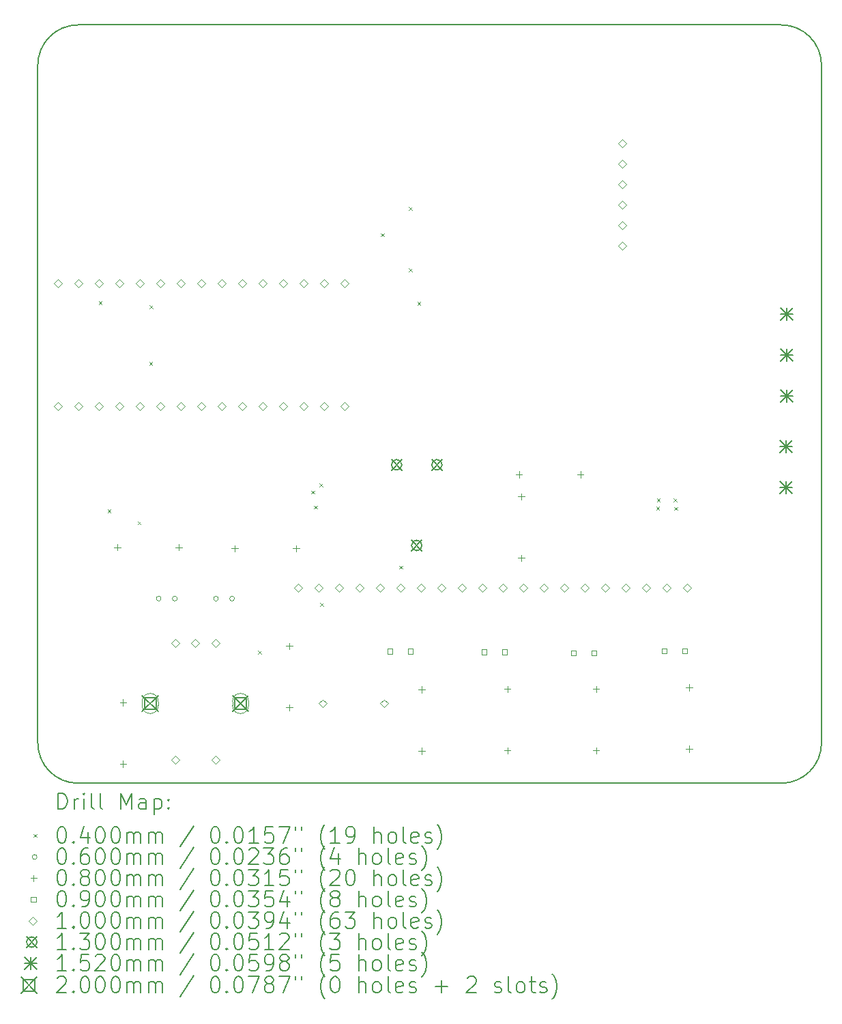
<source format=gbr>
%TF.GenerationSoftware,KiCad,Pcbnew,8.0.5*%
%TF.CreationDate,2024-12-25T22:13:42-08:00*%
%TF.ProjectId,ToastyReflowOvenPCB,546f6173-7479-4526-9566-6c6f774f7665,rev?*%
%TF.SameCoordinates,Original*%
%TF.FileFunction,Drillmap*%
%TF.FilePolarity,Positive*%
%FSLAX45Y45*%
G04 Gerber Fmt 4.5, Leading zero omitted, Abs format (unit mm)*
G04 Created by KiCad (PCBNEW 8.0.5) date 2024-12-25 22:13:42*
%MOMM*%
%LPD*%
G01*
G04 APERTURE LIST*
%ADD10C,0.200000*%
%ADD11C,0.100000*%
%ADD12C,0.130000*%
%ADD13C,0.152000*%
G04 APERTURE END LIST*
D10*
X18393799Y-13500000D02*
G75*
G02*
X17893900Y-14000000I-500000J0D01*
G01*
X9169000Y-14000000D02*
G75*
G02*
X8669000Y-13500000I0J500000D01*
G01*
X8669000Y-5095000D02*
G75*
G02*
X9169000Y-4595000I500000J0D01*
G01*
X17893900Y-4595000D02*
G75*
G02*
X18393900Y-5095000I0J-500000D01*
G01*
X9169000Y-14000000D02*
X17893900Y-14000000D01*
X8669000Y-5095000D02*
X8669000Y-13500000D01*
X17893900Y-4595000D02*
X9169000Y-4595000D01*
X18393900Y-5095000D02*
X18393900Y-13500000D01*
D11*
X9425000Y-8019000D02*
X9465000Y-8059000D01*
X9465000Y-8019000D02*
X9425000Y-8059000D01*
X9535000Y-10602000D02*
X9575000Y-10642000D01*
X9575000Y-10602000D02*
X9535000Y-10642000D01*
X9908000Y-10751000D02*
X9948000Y-10791000D01*
X9948000Y-10751000D02*
X9908000Y-10791000D01*
X10051000Y-8775000D02*
X10091000Y-8815000D01*
X10091000Y-8775000D02*
X10051000Y-8815000D01*
X10058000Y-8073000D02*
X10098000Y-8113000D01*
X10098000Y-8073000D02*
X10058000Y-8113000D01*
X11402000Y-12354000D02*
X11442000Y-12394000D01*
X11442000Y-12354000D02*
X11402000Y-12394000D01*
X12061000Y-10371000D02*
X12101000Y-10411000D01*
X12101000Y-10371000D02*
X12061000Y-10411000D01*
X12097000Y-10557000D02*
X12137000Y-10597000D01*
X12137000Y-10557000D02*
X12097000Y-10597000D01*
X12166000Y-10284000D02*
X12206000Y-10324000D01*
X12206000Y-10284000D02*
X12166000Y-10324000D01*
X12171000Y-11761000D02*
X12211000Y-11801000D01*
X12211000Y-11761000D02*
X12171000Y-11801000D01*
X12926000Y-7179000D02*
X12966000Y-7219000D01*
X12966000Y-7179000D02*
X12926000Y-7219000D01*
X13154000Y-11302000D02*
X13194000Y-11342000D01*
X13194000Y-11302000D02*
X13154000Y-11342000D01*
X13271000Y-6854000D02*
X13311000Y-6894000D01*
X13311000Y-6854000D02*
X13271000Y-6894000D01*
X13271000Y-7617000D02*
X13311000Y-7657000D01*
X13311000Y-7617000D02*
X13271000Y-7657000D01*
X13378000Y-8030000D02*
X13418000Y-8070000D01*
X13418000Y-8030000D02*
X13378000Y-8070000D01*
X16343000Y-10569000D02*
X16383000Y-10609000D01*
X16383000Y-10569000D02*
X16343000Y-10609000D01*
X16350000Y-10468000D02*
X16390000Y-10508000D01*
X16390000Y-10468000D02*
X16350000Y-10508000D01*
X16558000Y-10468000D02*
X16598000Y-10508000D01*
X16598000Y-10468000D02*
X16558000Y-10508000D01*
X16565000Y-10573000D02*
X16605000Y-10613000D01*
X16605000Y-10573000D02*
X16565000Y-10613000D01*
X10199000Y-11710000D02*
G75*
G02*
X10139000Y-11710000I-30000J0D01*
G01*
X10139000Y-11710000D02*
G75*
G02*
X10199000Y-11710000I30000J0D01*
G01*
X10399000Y-11710000D02*
G75*
G02*
X10339000Y-11710000I-30000J0D01*
G01*
X10339000Y-11710000D02*
G75*
G02*
X10399000Y-11710000I30000J0D01*
G01*
X10910000Y-11710000D02*
G75*
G02*
X10850000Y-11710000I-30000J0D01*
G01*
X10850000Y-11710000D02*
G75*
G02*
X10910000Y-11710000I30000J0D01*
G01*
X11110000Y-11710000D02*
G75*
G02*
X11050000Y-11710000I-30000J0D01*
G01*
X11050000Y-11710000D02*
G75*
G02*
X11110000Y-11710000I30000J0D01*
G01*
X9658000Y-11034000D02*
X9658000Y-11114000D01*
X9618000Y-11074000D02*
X9698000Y-11074000D01*
X9726000Y-12957000D02*
X9726000Y-13037000D01*
X9686000Y-12997000D02*
X9766000Y-12997000D01*
X9726000Y-13719000D02*
X9726000Y-13799000D01*
X9686000Y-13759000D02*
X9766000Y-13759000D01*
X10420000Y-11034000D02*
X10420000Y-11114000D01*
X10380000Y-11074000D02*
X10460000Y-11074000D01*
X11113000Y-11047000D02*
X11113000Y-11127000D01*
X11073000Y-11087000D02*
X11153000Y-11087000D01*
X11790000Y-12258000D02*
X11790000Y-12338000D01*
X11750000Y-12298000D02*
X11830000Y-12298000D01*
X11790000Y-13020000D02*
X11790000Y-13100000D01*
X11750000Y-13060000D02*
X11830000Y-13060000D01*
X11875000Y-11047000D02*
X11875000Y-11127000D01*
X11835000Y-11087000D02*
X11915000Y-11087000D01*
X13434000Y-12798000D02*
X13434000Y-12878000D01*
X13394000Y-12838000D02*
X13474000Y-12838000D01*
X13434000Y-13560000D02*
X13434000Y-13640000D01*
X13394000Y-13600000D02*
X13474000Y-13600000D01*
X14497000Y-12791000D02*
X14497000Y-12871000D01*
X14457000Y-12831000D02*
X14537000Y-12831000D01*
X14497000Y-13553000D02*
X14497000Y-13633000D01*
X14457000Y-13593000D02*
X14537000Y-13593000D01*
X14640000Y-10132000D02*
X14640000Y-10212000D01*
X14600000Y-10172000D02*
X14680000Y-10172000D01*
X14670000Y-10404000D02*
X14670000Y-10484000D01*
X14630000Y-10444000D02*
X14710000Y-10444000D01*
X14670000Y-11166000D02*
X14670000Y-11246000D01*
X14630000Y-11206000D02*
X14710000Y-11206000D01*
X15402000Y-10132000D02*
X15402000Y-10212000D01*
X15362000Y-10172000D02*
X15442000Y-10172000D01*
X15596000Y-12791000D02*
X15596000Y-12871000D01*
X15556000Y-12831000D02*
X15636000Y-12831000D01*
X15596000Y-13553000D02*
X15596000Y-13633000D01*
X15556000Y-13593000D02*
X15636000Y-13593000D01*
X16752000Y-12773000D02*
X16752000Y-12853000D01*
X16712000Y-12813000D02*
X16792000Y-12813000D01*
X16752000Y-13535000D02*
X16752000Y-13615000D01*
X16712000Y-13575000D02*
X16792000Y-13575000D01*
X13071320Y-12395820D02*
X13071320Y-12332180D01*
X13007680Y-12332180D01*
X13007680Y-12395820D01*
X13071320Y-12395820D01*
X13325320Y-12395820D02*
X13325320Y-12332180D01*
X13261680Y-12332180D01*
X13261680Y-12395820D01*
X13325320Y-12395820D01*
X14239320Y-12403820D02*
X14239320Y-12340180D01*
X14175680Y-12340180D01*
X14175680Y-12403820D01*
X14239320Y-12403820D01*
X14493320Y-12403820D02*
X14493320Y-12340180D01*
X14429680Y-12340180D01*
X14429680Y-12403820D01*
X14493320Y-12403820D01*
X15347320Y-12414820D02*
X15347320Y-12351180D01*
X15283680Y-12351180D01*
X15283680Y-12414820D01*
X15347320Y-12414820D01*
X15601320Y-12414820D02*
X15601320Y-12351180D01*
X15537680Y-12351180D01*
X15537680Y-12414820D01*
X15601320Y-12414820D01*
X16474320Y-12392820D02*
X16474320Y-12329180D01*
X16410680Y-12329180D01*
X16410680Y-12392820D01*
X16474320Y-12392820D01*
X16728320Y-12392820D02*
X16728320Y-12329180D01*
X16664680Y-12329180D01*
X16664680Y-12392820D01*
X16728320Y-12392820D01*
X8922000Y-7848000D02*
X8972000Y-7798000D01*
X8922000Y-7748000D01*
X8872000Y-7798000D01*
X8922000Y-7848000D01*
X8922000Y-9372000D02*
X8972000Y-9322000D01*
X8922000Y-9272000D01*
X8872000Y-9322000D01*
X8922000Y-9372000D01*
X9176000Y-7848000D02*
X9226000Y-7798000D01*
X9176000Y-7748000D01*
X9126000Y-7798000D01*
X9176000Y-7848000D01*
X9176000Y-9372000D02*
X9226000Y-9322000D01*
X9176000Y-9272000D01*
X9126000Y-9322000D01*
X9176000Y-9372000D01*
X9430000Y-7848000D02*
X9480000Y-7798000D01*
X9430000Y-7748000D01*
X9380000Y-7798000D01*
X9430000Y-7848000D01*
X9430000Y-9372000D02*
X9480000Y-9322000D01*
X9430000Y-9272000D01*
X9380000Y-9322000D01*
X9430000Y-9372000D01*
X9684000Y-7848000D02*
X9734000Y-7798000D01*
X9684000Y-7748000D01*
X9634000Y-7798000D01*
X9684000Y-7848000D01*
X9684000Y-9372000D02*
X9734000Y-9322000D01*
X9684000Y-9272000D01*
X9634000Y-9322000D01*
X9684000Y-9372000D01*
X9938000Y-7848000D02*
X9988000Y-7798000D01*
X9938000Y-7748000D01*
X9888000Y-7798000D01*
X9938000Y-7848000D01*
X9938000Y-9372000D02*
X9988000Y-9322000D01*
X9938000Y-9272000D01*
X9888000Y-9322000D01*
X9938000Y-9372000D01*
X10192000Y-7848000D02*
X10242000Y-7798000D01*
X10192000Y-7748000D01*
X10142000Y-7798000D01*
X10192000Y-7848000D01*
X10192000Y-9372000D02*
X10242000Y-9322000D01*
X10192000Y-9272000D01*
X10142000Y-9322000D01*
X10192000Y-9372000D01*
X10374000Y-12311000D02*
X10424000Y-12261000D01*
X10374000Y-12211000D01*
X10324000Y-12261000D01*
X10374000Y-12311000D01*
X10374000Y-13761000D02*
X10424000Y-13711000D01*
X10374000Y-13661000D01*
X10324000Y-13711000D01*
X10374000Y-13761000D01*
X10446000Y-7848000D02*
X10496000Y-7798000D01*
X10446000Y-7748000D01*
X10396000Y-7798000D01*
X10446000Y-7848000D01*
X10446000Y-9372000D02*
X10496000Y-9322000D01*
X10446000Y-9272000D01*
X10396000Y-9322000D01*
X10446000Y-9372000D01*
X10624000Y-12311000D02*
X10674000Y-12261000D01*
X10624000Y-12211000D01*
X10574000Y-12261000D01*
X10624000Y-12311000D01*
X10700000Y-7848000D02*
X10750000Y-7798000D01*
X10700000Y-7748000D01*
X10650000Y-7798000D01*
X10700000Y-7848000D01*
X10700000Y-9372000D02*
X10750000Y-9322000D01*
X10700000Y-9272000D01*
X10650000Y-9322000D01*
X10700000Y-9372000D01*
X10874000Y-12311000D02*
X10924000Y-12261000D01*
X10874000Y-12211000D01*
X10824000Y-12261000D01*
X10874000Y-12311000D01*
X10874000Y-13761000D02*
X10924000Y-13711000D01*
X10874000Y-13661000D01*
X10824000Y-13711000D01*
X10874000Y-13761000D01*
X10954000Y-7848000D02*
X11004000Y-7798000D01*
X10954000Y-7748000D01*
X10904000Y-7798000D01*
X10954000Y-7848000D01*
X10954000Y-9372000D02*
X11004000Y-9322000D01*
X10954000Y-9272000D01*
X10904000Y-9322000D01*
X10954000Y-9372000D01*
X11208000Y-7848000D02*
X11258000Y-7798000D01*
X11208000Y-7748000D01*
X11158000Y-7798000D01*
X11208000Y-7848000D01*
X11208000Y-9372000D02*
X11258000Y-9322000D01*
X11208000Y-9272000D01*
X11158000Y-9322000D01*
X11208000Y-9372000D01*
X11462000Y-7848000D02*
X11512000Y-7798000D01*
X11462000Y-7748000D01*
X11412000Y-7798000D01*
X11462000Y-7848000D01*
X11462000Y-9372000D02*
X11512000Y-9322000D01*
X11462000Y-9272000D01*
X11412000Y-9322000D01*
X11462000Y-9372000D01*
X11716000Y-7848000D02*
X11766000Y-7798000D01*
X11716000Y-7748000D01*
X11666000Y-7798000D01*
X11716000Y-7848000D01*
X11716000Y-9372000D02*
X11766000Y-9322000D01*
X11716000Y-9272000D01*
X11666000Y-9322000D01*
X11716000Y-9372000D01*
X11902000Y-11627080D02*
X11952000Y-11577080D01*
X11902000Y-11527080D01*
X11852000Y-11577080D01*
X11902000Y-11627080D01*
X11970000Y-7848000D02*
X12020000Y-7798000D01*
X11970000Y-7748000D01*
X11920000Y-7798000D01*
X11970000Y-7848000D01*
X11970000Y-9372000D02*
X12020000Y-9322000D01*
X11970000Y-9272000D01*
X11920000Y-9322000D01*
X11970000Y-9372000D01*
X12156000Y-11627080D02*
X12206000Y-11577080D01*
X12156000Y-11527080D01*
X12106000Y-11577080D01*
X12156000Y-11627080D01*
X12206000Y-13061000D02*
X12256000Y-13011000D01*
X12206000Y-12961000D01*
X12156000Y-13011000D01*
X12206000Y-13061000D01*
X12224000Y-7848000D02*
X12274000Y-7798000D01*
X12224000Y-7748000D01*
X12174000Y-7798000D01*
X12224000Y-7848000D01*
X12224000Y-9372000D02*
X12274000Y-9322000D01*
X12224000Y-9272000D01*
X12174000Y-9322000D01*
X12224000Y-9372000D01*
X12410000Y-11627080D02*
X12460000Y-11577080D01*
X12410000Y-11527080D01*
X12360000Y-11577080D01*
X12410000Y-11627080D01*
X12478000Y-7848000D02*
X12528000Y-7798000D01*
X12478000Y-7748000D01*
X12428000Y-7798000D01*
X12478000Y-7848000D01*
X12478000Y-9372000D02*
X12528000Y-9322000D01*
X12478000Y-9272000D01*
X12428000Y-9322000D01*
X12478000Y-9372000D01*
X12664000Y-11627080D02*
X12714000Y-11577080D01*
X12664000Y-11527080D01*
X12614000Y-11577080D01*
X12664000Y-11627080D01*
X12918000Y-11627080D02*
X12968000Y-11577080D01*
X12918000Y-11527080D01*
X12868000Y-11577080D01*
X12918000Y-11627080D01*
X12966000Y-13061000D02*
X13016000Y-13011000D01*
X12966000Y-12961000D01*
X12916000Y-13011000D01*
X12966000Y-13061000D01*
X13172000Y-11627080D02*
X13222000Y-11577080D01*
X13172000Y-11527080D01*
X13122000Y-11577080D01*
X13172000Y-11627080D01*
X13426000Y-11627080D02*
X13476000Y-11577080D01*
X13426000Y-11527080D01*
X13376000Y-11577080D01*
X13426000Y-11627080D01*
X13680000Y-11627080D02*
X13730000Y-11577080D01*
X13680000Y-11527080D01*
X13630000Y-11577080D01*
X13680000Y-11627080D01*
X13934000Y-11627080D02*
X13984000Y-11577080D01*
X13934000Y-11527080D01*
X13884000Y-11577080D01*
X13934000Y-11627080D01*
X14188000Y-11627080D02*
X14238000Y-11577080D01*
X14188000Y-11527080D01*
X14138000Y-11577080D01*
X14188000Y-11627080D01*
X14442000Y-11627080D02*
X14492000Y-11577080D01*
X14442000Y-11527080D01*
X14392000Y-11577080D01*
X14442000Y-11627080D01*
X14696000Y-11627080D02*
X14746000Y-11577080D01*
X14696000Y-11527080D01*
X14646000Y-11577080D01*
X14696000Y-11627080D01*
X14950000Y-11627080D02*
X15000000Y-11577080D01*
X14950000Y-11527080D01*
X14900000Y-11577080D01*
X14950000Y-11627080D01*
X15204000Y-11627080D02*
X15254000Y-11577080D01*
X15204000Y-11527080D01*
X15154000Y-11577080D01*
X15204000Y-11627080D01*
X15458000Y-11627080D02*
X15508000Y-11577080D01*
X15458000Y-11527080D01*
X15408000Y-11577080D01*
X15458000Y-11627080D01*
X15712000Y-11627080D02*
X15762000Y-11577080D01*
X15712000Y-11527080D01*
X15662000Y-11577080D01*
X15712000Y-11627080D01*
X15922000Y-6115000D02*
X15972000Y-6065000D01*
X15922000Y-6015000D01*
X15872000Y-6065000D01*
X15922000Y-6115000D01*
X15922000Y-6369000D02*
X15972000Y-6319000D01*
X15922000Y-6269000D01*
X15872000Y-6319000D01*
X15922000Y-6369000D01*
X15922000Y-6623000D02*
X15972000Y-6573000D01*
X15922000Y-6523000D01*
X15872000Y-6573000D01*
X15922000Y-6623000D01*
X15922000Y-6877000D02*
X15972000Y-6827000D01*
X15922000Y-6777000D01*
X15872000Y-6827000D01*
X15922000Y-6877000D01*
X15922000Y-7131000D02*
X15972000Y-7081000D01*
X15922000Y-7031000D01*
X15872000Y-7081000D01*
X15922000Y-7131000D01*
X15922000Y-7385000D02*
X15972000Y-7335000D01*
X15922000Y-7285000D01*
X15872000Y-7335000D01*
X15922000Y-7385000D01*
X15966000Y-11627080D02*
X16016000Y-11577080D01*
X15966000Y-11527080D01*
X15916000Y-11577080D01*
X15966000Y-11627080D01*
X16220000Y-11627080D02*
X16270000Y-11577080D01*
X16220000Y-11527080D01*
X16170000Y-11577080D01*
X16220000Y-11627080D01*
X16474000Y-11627080D02*
X16524000Y-11577080D01*
X16474000Y-11527080D01*
X16424000Y-11577080D01*
X16474000Y-11627080D01*
X16728000Y-11627080D02*
X16778000Y-11577080D01*
X16728000Y-11527080D01*
X16678000Y-11577080D01*
X16728000Y-11627080D01*
D12*
X13056000Y-9986000D02*
X13186000Y-10116000D01*
X13186000Y-9986000D02*
X13056000Y-10116000D01*
X13186000Y-10051000D02*
G75*
G02*
X13056000Y-10051000I-65000J0D01*
G01*
X13056000Y-10051000D02*
G75*
G02*
X13186000Y-10051000I65000J0D01*
G01*
X13306000Y-10986000D02*
X13436000Y-11116000D01*
X13436000Y-10986000D02*
X13306000Y-11116000D01*
X13436000Y-11051000D02*
G75*
G02*
X13306000Y-11051000I-65000J0D01*
G01*
X13306000Y-11051000D02*
G75*
G02*
X13436000Y-11051000I65000J0D01*
G01*
X13556000Y-9986000D02*
X13686000Y-10116000D01*
X13686000Y-9986000D02*
X13556000Y-10116000D01*
X13686000Y-10051000D02*
G75*
G02*
X13556000Y-10051000I-65000J0D01*
G01*
X13556000Y-10051000D02*
G75*
G02*
X13686000Y-10051000I65000J0D01*
G01*
D13*
X17878000Y-9744000D02*
X18030000Y-9896000D01*
X18030000Y-9744000D02*
X17878000Y-9896000D01*
X17954000Y-9744000D02*
X17954000Y-9896000D01*
X17878000Y-9820000D02*
X18030000Y-9820000D01*
X17878000Y-10252000D02*
X18030000Y-10404000D01*
X18030000Y-10252000D02*
X17878000Y-10404000D01*
X17954000Y-10252000D02*
X17954000Y-10404000D01*
X17878000Y-10328000D02*
X18030000Y-10328000D01*
X17884000Y-8107000D02*
X18036000Y-8259000D01*
X18036000Y-8107000D02*
X17884000Y-8259000D01*
X17960000Y-8107000D02*
X17960000Y-8259000D01*
X17884000Y-8183000D02*
X18036000Y-8183000D01*
X17884000Y-8615000D02*
X18036000Y-8767000D01*
X18036000Y-8615000D02*
X17884000Y-8767000D01*
X17960000Y-8615000D02*
X17960000Y-8767000D01*
X17884000Y-8691000D02*
X18036000Y-8691000D01*
X17884000Y-9123000D02*
X18036000Y-9275000D01*
X18036000Y-9123000D02*
X17884000Y-9275000D01*
X17960000Y-9123000D02*
X17960000Y-9275000D01*
X17884000Y-9199000D02*
X18036000Y-9199000D01*
D10*
X9964000Y-12911000D02*
X10164000Y-13111000D01*
X10164000Y-12911000D02*
X9964000Y-13111000D01*
X10134711Y-13081711D02*
X10134711Y-12940289D01*
X9993289Y-12940289D01*
X9993289Y-13081711D01*
X10134711Y-13081711D01*
D11*
X9964000Y-12986000D02*
X9964000Y-13036000D01*
X10164000Y-13036000D02*
G75*
G02*
X9964000Y-13036000I-100000J0D01*
G01*
X10164000Y-13036000D02*
X10164000Y-12986000D01*
X10164000Y-12986000D02*
G75*
G03*
X9964000Y-12986000I-100000J0D01*
G01*
D10*
X11084000Y-12911000D02*
X11284000Y-13111000D01*
X11284000Y-12911000D02*
X11084000Y-13111000D01*
X11254711Y-13081711D02*
X11254711Y-12940289D01*
X11113289Y-12940289D01*
X11113289Y-13081711D01*
X11254711Y-13081711D01*
D11*
X11084000Y-12986000D02*
X11084000Y-13036000D01*
X11284000Y-13036000D02*
G75*
G02*
X11084000Y-13036000I-100000J0D01*
G01*
X11284000Y-13036000D02*
X11284000Y-12986000D01*
X11284000Y-12986000D02*
G75*
G03*
X11084000Y-12986000I-100000J0D01*
G01*
D10*
X8919777Y-14321484D02*
X8919777Y-14121484D01*
X8919777Y-14121484D02*
X8967396Y-14121484D01*
X8967396Y-14121484D02*
X8995967Y-14131008D01*
X8995967Y-14131008D02*
X9015015Y-14150055D01*
X9015015Y-14150055D02*
X9024539Y-14169103D01*
X9024539Y-14169103D02*
X9034063Y-14207198D01*
X9034063Y-14207198D02*
X9034063Y-14235769D01*
X9034063Y-14235769D02*
X9024539Y-14273865D01*
X9024539Y-14273865D02*
X9015015Y-14292912D01*
X9015015Y-14292912D02*
X8995967Y-14311960D01*
X8995967Y-14311960D02*
X8967396Y-14321484D01*
X8967396Y-14321484D02*
X8919777Y-14321484D01*
X9119777Y-14321484D02*
X9119777Y-14188150D01*
X9119777Y-14226246D02*
X9129301Y-14207198D01*
X9129301Y-14207198D02*
X9138824Y-14197674D01*
X9138824Y-14197674D02*
X9157872Y-14188150D01*
X9157872Y-14188150D02*
X9176920Y-14188150D01*
X9243586Y-14321484D02*
X9243586Y-14188150D01*
X9243586Y-14121484D02*
X9234063Y-14131008D01*
X9234063Y-14131008D02*
X9243586Y-14140531D01*
X9243586Y-14140531D02*
X9253110Y-14131008D01*
X9253110Y-14131008D02*
X9243586Y-14121484D01*
X9243586Y-14121484D02*
X9243586Y-14140531D01*
X9367396Y-14321484D02*
X9348348Y-14311960D01*
X9348348Y-14311960D02*
X9338824Y-14292912D01*
X9338824Y-14292912D02*
X9338824Y-14121484D01*
X9472158Y-14321484D02*
X9453110Y-14311960D01*
X9453110Y-14311960D02*
X9443586Y-14292912D01*
X9443586Y-14292912D02*
X9443586Y-14121484D01*
X9700729Y-14321484D02*
X9700729Y-14121484D01*
X9700729Y-14121484D02*
X9767396Y-14264341D01*
X9767396Y-14264341D02*
X9834063Y-14121484D01*
X9834063Y-14121484D02*
X9834063Y-14321484D01*
X10015015Y-14321484D02*
X10015015Y-14216722D01*
X10015015Y-14216722D02*
X10005491Y-14197674D01*
X10005491Y-14197674D02*
X9986444Y-14188150D01*
X9986444Y-14188150D02*
X9948348Y-14188150D01*
X9948348Y-14188150D02*
X9929301Y-14197674D01*
X10015015Y-14311960D02*
X9995967Y-14321484D01*
X9995967Y-14321484D02*
X9948348Y-14321484D01*
X9948348Y-14321484D02*
X9929301Y-14311960D01*
X9929301Y-14311960D02*
X9919777Y-14292912D01*
X9919777Y-14292912D02*
X9919777Y-14273865D01*
X9919777Y-14273865D02*
X9929301Y-14254817D01*
X9929301Y-14254817D02*
X9948348Y-14245293D01*
X9948348Y-14245293D02*
X9995967Y-14245293D01*
X9995967Y-14245293D02*
X10015015Y-14235769D01*
X10110253Y-14188150D02*
X10110253Y-14388150D01*
X10110253Y-14197674D02*
X10129301Y-14188150D01*
X10129301Y-14188150D02*
X10167396Y-14188150D01*
X10167396Y-14188150D02*
X10186444Y-14197674D01*
X10186444Y-14197674D02*
X10195967Y-14207198D01*
X10195967Y-14207198D02*
X10205491Y-14226246D01*
X10205491Y-14226246D02*
X10205491Y-14283388D01*
X10205491Y-14283388D02*
X10195967Y-14302436D01*
X10195967Y-14302436D02*
X10186444Y-14311960D01*
X10186444Y-14311960D02*
X10167396Y-14321484D01*
X10167396Y-14321484D02*
X10129301Y-14321484D01*
X10129301Y-14321484D02*
X10110253Y-14311960D01*
X10291205Y-14302436D02*
X10300729Y-14311960D01*
X10300729Y-14311960D02*
X10291205Y-14321484D01*
X10291205Y-14321484D02*
X10281682Y-14311960D01*
X10281682Y-14311960D02*
X10291205Y-14302436D01*
X10291205Y-14302436D02*
X10291205Y-14321484D01*
X10291205Y-14197674D02*
X10300729Y-14207198D01*
X10300729Y-14207198D02*
X10291205Y-14216722D01*
X10291205Y-14216722D02*
X10281682Y-14207198D01*
X10281682Y-14207198D02*
X10291205Y-14197674D01*
X10291205Y-14197674D02*
X10291205Y-14216722D01*
D11*
X8619000Y-14630000D02*
X8659000Y-14670000D01*
X8659000Y-14630000D02*
X8619000Y-14670000D01*
D10*
X8957872Y-14541484D02*
X8976920Y-14541484D01*
X8976920Y-14541484D02*
X8995967Y-14551008D01*
X8995967Y-14551008D02*
X9005491Y-14560531D01*
X9005491Y-14560531D02*
X9015015Y-14579579D01*
X9015015Y-14579579D02*
X9024539Y-14617674D01*
X9024539Y-14617674D02*
X9024539Y-14665293D01*
X9024539Y-14665293D02*
X9015015Y-14703388D01*
X9015015Y-14703388D02*
X9005491Y-14722436D01*
X9005491Y-14722436D02*
X8995967Y-14731960D01*
X8995967Y-14731960D02*
X8976920Y-14741484D01*
X8976920Y-14741484D02*
X8957872Y-14741484D01*
X8957872Y-14741484D02*
X8938824Y-14731960D01*
X8938824Y-14731960D02*
X8929301Y-14722436D01*
X8929301Y-14722436D02*
X8919777Y-14703388D01*
X8919777Y-14703388D02*
X8910253Y-14665293D01*
X8910253Y-14665293D02*
X8910253Y-14617674D01*
X8910253Y-14617674D02*
X8919777Y-14579579D01*
X8919777Y-14579579D02*
X8929301Y-14560531D01*
X8929301Y-14560531D02*
X8938824Y-14551008D01*
X8938824Y-14551008D02*
X8957872Y-14541484D01*
X9110253Y-14722436D02*
X9119777Y-14731960D01*
X9119777Y-14731960D02*
X9110253Y-14741484D01*
X9110253Y-14741484D02*
X9100729Y-14731960D01*
X9100729Y-14731960D02*
X9110253Y-14722436D01*
X9110253Y-14722436D02*
X9110253Y-14741484D01*
X9291205Y-14608150D02*
X9291205Y-14741484D01*
X9243586Y-14531960D02*
X9195967Y-14674817D01*
X9195967Y-14674817D02*
X9319777Y-14674817D01*
X9434063Y-14541484D02*
X9453110Y-14541484D01*
X9453110Y-14541484D02*
X9472158Y-14551008D01*
X9472158Y-14551008D02*
X9481682Y-14560531D01*
X9481682Y-14560531D02*
X9491205Y-14579579D01*
X9491205Y-14579579D02*
X9500729Y-14617674D01*
X9500729Y-14617674D02*
X9500729Y-14665293D01*
X9500729Y-14665293D02*
X9491205Y-14703388D01*
X9491205Y-14703388D02*
X9481682Y-14722436D01*
X9481682Y-14722436D02*
X9472158Y-14731960D01*
X9472158Y-14731960D02*
X9453110Y-14741484D01*
X9453110Y-14741484D02*
X9434063Y-14741484D01*
X9434063Y-14741484D02*
X9415015Y-14731960D01*
X9415015Y-14731960D02*
X9405491Y-14722436D01*
X9405491Y-14722436D02*
X9395967Y-14703388D01*
X9395967Y-14703388D02*
X9386444Y-14665293D01*
X9386444Y-14665293D02*
X9386444Y-14617674D01*
X9386444Y-14617674D02*
X9395967Y-14579579D01*
X9395967Y-14579579D02*
X9405491Y-14560531D01*
X9405491Y-14560531D02*
X9415015Y-14551008D01*
X9415015Y-14551008D02*
X9434063Y-14541484D01*
X9624539Y-14541484D02*
X9643586Y-14541484D01*
X9643586Y-14541484D02*
X9662634Y-14551008D01*
X9662634Y-14551008D02*
X9672158Y-14560531D01*
X9672158Y-14560531D02*
X9681682Y-14579579D01*
X9681682Y-14579579D02*
X9691205Y-14617674D01*
X9691205Y-14617674D02*
X9691205Y-14665293D01*
X9691205Y-14665293D02*
X9681682Y-14703388D01*
X9681682Y-14703388D02*
X9672158Y-14722436D01*
X9672158Y-14722436D02*
X9662634Y-14731960D01*
X9662634Y-14731960D02*
X9643586Y-14741484D01*
X9643586Y-14741484D02*
X9624539Y-14741484D01*
X9624539Y-14741484D02*
X9605491Y-14731960D01*
X9605491Y-14731960D02*
X9595967Y-14722436D01*
X9595967Y-14722436D02*
X9586444Y-14703388D01*
X9586444Y-14703388D02*
X9576920Y-14665293D01*
X9576920Y-14665293D02*
X9576920Y-14617674D01*
X9576920Y-14617674D02*
X9586444Y-14579579D01*
X9586444Y-14579579D02*
X9595967Y-14560531D01*
X9595967Y-14560531D02*
X9605491Y-14551008D01*
X9605491Y-14551008D02*
X9624539Y-14541484D01*
X9776920Y-14741484D02*
X9776920Y-14608150D01*
X9776920Y-14627198D02*
X9786444Y-14617674D01*
X9786444Y-14617674D02*
X9805491Y-14608150D01*
X9805491Y-14608150D02*
X9834063Y-14608150D01*
X9834063Y-14608150D02*
X9853110Y-14617674D01*
X9853110Y-14617674D02*
X9862634Y-14636722D01*
X9862634Y-14636722D02*
X9862634Y-14741484D01*
X9862634Y-14636722D02*
X9872158Y-14617674D01*
X9872158Y-14617674D02*
X9891205Y-14608150D01*
X9891205Y-14608150D02*
X9919777Y-14608150D01*
X9919777Y-14608150D02*
X9938825Y-14617674D01*
X9938825Y-14617674D02*
X9948348Y-14636722D01*
X9948348Y-14636722D02*
X9948348Y-14741484D01*
X10043586Y-14741484D02*
X10043586Y-14608150D01*
X10043586Y-14627198D02*
X10053110Y-14617674D01*
X10053110Y-14617674D02*
X10072158Y-14608150D01*
X10072158Y-14608150D02*
X10100729Y-14608150D01*
X10100729Y-14608150D02*
X10119777Y-14617674D01*
X10119777Y-14617674D02*
X10129301Y-14636722D01*
X10129301Y-14636722D02*
X10129301Y-14741484D01*
X10129301Y-14636722D02*
X10138825Y-14617674D01*
X10138825Y-14617674D02*
X10157872Y-14608150D01*
X10157872Y-14608150D02*
X10186444Y-14608150D01*
X10186444Y-14608150D02*
X10205491Y-14617674D01*
X10205491Y-14617674D02*
X10215015Y-14636722D01*
X10215015Y-14636722D02*
X10215015Y-14741484D01*
X10605491Y-14531960D02*
X10434063Y-14789103D01*
X10862634Y-14541484D02*
X10881682Y-14541484D01*
X10881682Y-14541484D02*
X10900729Y-14551008D01*
X10900729Y-14551008D02*
X10910253Y-14560531D01*
X10910253Y-14560531D02*
X10919777Y-14579579D01*
X10919777Y-14579579D02*
X10929301Y-14617674D01*
X10929301Y-14617674D02*
X10929301Y-14665293D01*
X10929301Y-14665293D02*
X10919777Y-14703388D01*
X10919777Y-14703388D02*
X10910253Y-14722436D01*
X10910253Y-14722436D02*
X10900729Y-14731960D01*
X10900729Y-14731960D02*
X10881682Y-14741484D01*
X10881682Y-14741484D02*
X10862634Y-14741484D01*
X10862634Y-14741484D02*
X10843587Y-14731960D01*
X10843587Y-14731960D02*
X10834063Y-14722436D01*
X10834063Y-14722436D02*
X10824539Y-14703388D01*
X10824539Y-14703388D02*
X10815015Y-14665293D01*
X10815015Y-14665293D02*
X10815015Y-14617674D01*
X10815015Y-14617674D02*
X10824539Y-14579579D01*
X10824539Y-14579579D02*
X10834063Y-14560531D01*
X10834063Y-14560531D02*
X10843587Y-14551008D01*
X10843587Y-14551008D02*
X10862634Y-14541484D01*
X11015015Y-14722436D02*
X11024539Y-14731960D01*
X11024539Y-14731960D02*
X11015015Y-14741484D01*
X11015015Y-14741484D02*
X11005491Y-14731960D01*
X11005491Y-14731960D02*
X11015015Y-14722436D01*
X11015015Y-14722436D02*
X11015015Y-14741484D01*
X11148348Y-14541484D02*
X11167396Y-14541484D01*
X11167396Y-14541484D02*
X11186444Y-14551008D01*
X11186444Y-14551008D02*
X11195967Y-14560531D01*
X11195967Y-14560531D02*
X11205491Y-14579579D01*
X11205491Y-14579579D02*
X11215015Y-14617674D01*
X11215015Y-14617674D02*
X11215015Y-14665293D01*
X11215015Y-14665293D02*
X11205491Y-14703388D01*
X11205491Y-14703388D02*
X11195967Y-14722436D01*
X11195967Y-14722436D02*
X11186444Y-14731960D01*
X11186444Y-14731960D02*
X11167396Y-14741484D01*
X11167396Y-14741484D02*
X11148348Y-14741484D01*
X11148348Y-14741484D02*
X11129301Y-14731960D01*
X11129301Y-14731960D02*
X11119777Y-14722436D01*
X11119777Y-14722436D02*
X11110253Y-14703388D01*
X11110253Y-14703388D02*
X11100729Y-14665293D01*
X11100729Y-14665293D02*
X11100729Y-14617674D01*
X11100729Y-14617674D02*
X11110253Y-14579579D01*
X11110253Y-14579579D02*
X11119777Y-14560531D01*
X11119777Y-14560531D02*
X11129301Y-14551008D01*
X11129301Y-14551008D02*
X11148348Y-14541484D01*
X11405491Y-14741484D02*
X11291206Y-14741484D01*
X11348348Y-14741484D02*
X11348348Y-14541484D01*
X11348348Y-14541484D02*
X11329301Y-14570055D01*
X11329301Y-14570055D02*
X11310253Y-14589103D01*
X11310253Y-14589103D02*
X11291206Y-14598627D01*
X11586444Y-14541484D02*
X11491206Y-14541484D01*
X11491206Y-14541484D02*
X11481682Y-14636722D01*
X11481682Y-14636722D02*
X11491206Y-14627198D01*
X11491206Y-14627198D02*
X11510253Y-14617674D01*
X11510253Y-14617674D02*
X11557872Y-14617674D01*
X11557872Y-14617674D02*
X11576920Y-14627198D01*
X11576920Y-14627198D02*
X11586444Y-14636722D01*
X11586444Y-14636722D02*
X11595967Y-14655769D01*
X11595967Y-14655769D02*
X11595967Y-14703388D01*
X11595967Y-14703388D02*
X11586444Y-14722436D01*
X11586444Y-14722436D02*
X11576920Y-14731960D01*
X11576920Y-14731960D02*
X11557872Y-14741484D01*
X11557872Y-14741484D02*
X11510253Y-14741484D01*
X11510253Y-14741484D02*
X11491206Y-14731960D01*
X11491206Y-14731960D02*
X11481682Y-14722436D01*
X11662634Y-14541484D02*
X11795967Y-14541484D01*
X11795967Y-14541484D02*
X11710253Y-14741484D01*
X11862634Y-14541484D02*
X11862634Y-14579579D01*
X11938825Y-14541484D02*
X11938825Y-14579579D01*
X12234063Y-14817674D02*
X12224539Y-14808150D01*
X12224539Y-14808150D02*
X12205491Y-14779579D01*
X12205491Y-14779579D02*
X12195968Y-14760531D01*
X12195968Y-14760531D02*
X12186444Y-14731960D01*
X12186444Y-14731960D02*
X12176920Y-14684341D01*
X12176920Y-14684341D02*
X12176920Y-14646246D01*
X12176920Y-14646246D02*
X12186444Y-14598627D01*
X12186444Y-14598627D02*
X12195968Y-14570055D01*
X12195968Y-14570055D02*
X12205491Y-14551008D01*
X12205491Y-14551008D02*
X12224539Y-14522436D01*
X12224539Y-14522436D02*
X12234063Y-14512912D01*
X12415015Y-14741484D02*
X12300729Y-14741484D01*
X12357872Y-14741484D02*
X12357872Y-14541484D01*
X12357872Y-14541484D02*
X12338825Y-14570055D01*
X12338825Y-14570055D02*
X12319777Y-14589103D01*
X12319777Y-14589103D02*
X12300729Y-14598627D01*
X12510253Y-14741484D02*
X12548348Y-14741484D01*
X12548348Y-14741484D02*
X12567396Y-14731960D01*
X12567396Y-14731960D02*
X12576920Y-14722436D01*
X12576920Y-14722436D02*
X12595968Y-14693865D01*
X12595968Y-14693865D02*
X12605491Y-14655769D01*
X12605491Y-14655769D02*
X12605491Y-14579579D01*
X12605491Y-14579579D02*
X12595968Y-14560531D01*
X12595968Y-14560531D02*
X12586444Y-14551008D01*
X12586444Y-14551008D02*
X12567396Y-14541484D01*
X12567396Y-14541484D02*
X12529301Y-14541484D01*
X12529301Y-14541484D02*
X12510253Y-14551008D01*
X12510253Y-14551008D02*
X12500729Y-14560531D01*
X12500729Y-14560531D02*
X12491206Y-14579579D01*
X12491206Y-14579579D02*
X12491206Y-14627198D01*
X12491206Y-14627198D02*
X12500729Y-14646246D01*
X12500729Y-14646246D02*
X12510253Y-14655769D01*
X12510253Y-14655769D02*
X12529301Y-14665293D01*
X12529301Y-14665293D02*
X12567396Y-14665293D01*
X12567396Y-14665293D02*
X12586444Y-14655769D01*
X12586444Y-14655769D02*
X12595968Y-14646246D01*
X12595968Y-14646246D02*
X12605491Y-14627198D01*
X12843587Y-14741484D02*
X12843587Y-14541484D01*
X12929301Y-14741484D02*
X12929301Y-14636722D01*
X12929301Y-14636722D02*
X12919777Y-14617674D01*
X12919777Y-14617674D02*
X12900730Y-14608150D01*
X12900730Y-14608150D02*
X12872158Y-14608150D01*
X12872158Y-14608150D02*
X12853110Y-14617674D01*
X12853110Y-14617674D02*
X12843587Y-14627198D01*
X13053110Y-14741484D02*
X13034063Y-14731960D01*
X13034063Y-14731960D02*
X13024539Y-14722436D01*
X13024539Y-14722436D02*
X13015015Y-14703388D01*
X13015015Y-14703388D02*
X13015015Y-14646246D01*
X13015015Y-14646246D02*
X13024539Y-14627198D01*
X13024539Y-14627198D02*
X13034063Y-14617674D01*
X13034063Y-14617674D02*
X13053110Y-14608150D01*
X13053110Y-14608150D02*
X13081682Y-14608150D01*
X13081682Y-14608150D02*
X13100730Y-14617674D01*
X13100730Y-14617674D02*
X13110253Y-14627198D01*
X13110253Y-14627198D02*
X13119777Y-14646246D01*
X13119777Y-14646246D02*
X13119777Y-14703388D01*
X13119777Y-14703388D02*
X13110253Y-14722436D01*
X13110253Y-14722436D02*
X13100730Y-14731960D01*
X13100730Y-14731960D02*
X13081682Y-14741484D01*
X13081682Y-14741484D02*
X13053110Y-14741484D01*
X13234063Y-14741484D02*
X13215015Y-14731960D01*
X13215015Y-14731960D02*
X13205491Y-14712912D01*
X13205491Y-14712912D02*
X13205491Y-14541484D01*
X13386444Y-14731960D02*
X13367396Y-14741484D01*
X13367396Y-14741484D02*
X13329301Y-14741484D01*
X13329301Y-14741484D02*
X13310253Y-14731960D01*
X13310253Y-14731960D02*
X13300730Y-14712912D01*
X13300730Y-14712912D02*
X13300730Y-14636722D01*
X13300730Y-14636722D02*
X13310253Y-14617674D01*
X13310253Y-14617674D02*
X13329301Y-14608150D01*
X13329301Y-14608150D02*
X13367396Y-14608150D01*
X13367396Y-14608150D02*
X13386444Y-14617674D01*
X13386444Y-14617674D02*
X13395968Y-14636722D01*
X13395968Y-14636722D02*
X13395968Y-14655769D01*
X13395968Y-14655769D02*
X13300730Y-14674817D01*
X13472158Y-14731960D02*
X13491206Y-14741484D01*
X13491206Y-14741484D02*
X13529301Y-14741484D01*
X13529301Y-14741484D02*
X13548349Y-14731960D01*
X13548349Y-14731960D02*
X13557872Y-14712912D01*
X13557872Y-14712912D02*
X13557872Y-14703388D01*
X13557872Y-14703388D02*
X13548349Y-14684341D01*
X13548349Y-14684341D02*
X13529301Y-14674817D01*
X13529301Y-14674817D02*
X13500730Y-14674817D01*
X13500730Y-14674817D02*
X13481682Y-14665293D01*
X13481682Y-14665293D02*
X13472158Y-14646246D01*
X13472158Y-14646246D02*
X13472158Y-14636722D01*
X13472158Y-14636722D02*
X13481682Y-14617674D01*
X13481682Y-14617674D02*
X13500730Y-14608150D01*
X13500730Y-14608150D02*
X13529301Y-14608150D01*
X13529301Y-14608150D02*
X13548349Y-14617674D01*
X13624539Y-14817674D02*
X13634063Y-14808150D01*
X13634063Y-14808150D02*
X13653111Y-14779579D01*
X13653111Y-14779579D02*
X13662634Y-14760531D01*
X13662634Y-14760531D02*
X13672158Y-14731960D01*
X13672158Y-14731960D02*
X13681682Y-14684341D01*
X13681682Y-14684341D02*
X13681682Y-14646246D01*
X13681682Y-14646246D02*
X13672158Y-14598627D01*
X13672158Y-14598627D02*
X13662634Y-14570055D01*
X13662634Y-14570055D02*
X13653111Y-14551008D01*
X13653111Y-14551008D02*
X13634063Y-14522436D01*
X13634063Y-14522436D02*
X13624539Y-14512912D01*
D11*
X8659000Y-14914000D02*
G75*
G02*
X8599000Y-14914000I-30000J0D01*
G01*
X8599000Y-14914000D02*
G75*
G02*
X8659000Y-14914000I30000J0D01*
G01*
D10*
X8957872Y-14805484D02*
X8976920Y-14805484D01*
X8976920Y-14805484D02*
X8995967Y-14815008D01*
X8995967Y-14815008D02*
X9005491Y-14824531D01*
X9005491Y-14824531D02*
X9015015Y-14843579D01*
X9015015Y-14843579D02*
X9024539Y-14881674D01*
X9024539Y-14881674D02*
X9024539Y-14929293D01*
X9024539Y-14929293D02*
X9015015Y-14967388D01*
X9015015Y-14967388D02*
X9005491Y-14986436D01*
X9005491Y-14986436D02*
X8995967Y-14995960D01*
X8995967Y-14995960D02*
X8976920Y-15005484D01*
X8976920Y-15005484D02*
X8957872Y-15005484D01*
X8957872Y-15005484D02*
X8938824Y-14995960D01*
X8938824Y-14995960D02*
X8929301Y-14986436D01*
X8929301Y-14986436D02*
X8919777Y-14967388D01*
X8919777Y-14967388D02*
X8910253Y-14929293D01*
X8910253Y-14929293D02*
X8910253Y-14881674D01*
X8910253Y-14881674D02*
X8919777Y-14843579D01*
X8919777Y-14843579D02*
X8929301Y-14824531D01*
X8929301Y-14824531D02*
X8938824Y-14815008D01*
X8938824Y-14815008D02*
X8957872Y-14805484D01*
X9110253Y-14986436D02*
X9119777Y-14995960D01*
X9119777Y-14995960D02*
X9110253Y-15005484D01*
X9110253Y-15005484D02*
X9100729Y-14995960D01*
X9100729Y-14995960D02*
X9110253Y-14986436D01*
X9110253Y-14986436D02*
X9110253Y-15005484D01*
X9291205Y-14805484D02*
X9253110Y-14805484D01*
X9253110Y-14805484D02*
X9234063Y-14815008D01*
X9234063Y-14815008D02*
X9224539Y-14824531D01*
X9224539Y-14824531D02*
X9205491Y-14853103D01*
X9205491Y-14853103D02*
X9195967Y-14891198D01*
X9195967Y-14891198D02*
X9195967Y-14967388D01*
X9195967Y-14967388D02*
X9205491Y-14986436D01*
X9205491Y-14986436D02*
X9215015Y-14995960D01*
X9215015Y-14995960D02*
X9234063Y-15005484D01*
X9234063Y-15005484D02*
X9272158Y-15005484D01*
X9272158Y-15005484D02*
X9291205Y-14995960D01*
X9291205Y-14995960D02*
X9300729Y-14986436D01*
X9300729Y-14986436D02*
X9310253Y-14967388D01*
X9310253Y-14967388D02*
X9310253Y-14919769D01*
X9310253Y-14919769D02*
X9300729Y-14900722D01*
X9300729Y-14900722D02*
X9291205Y-14891198D01*
X9291205Y-14891198D02*
X9272158Y-14881674D01*
X9272158Y-14881674D02*
X9234063Y-14881674D01*
X9234063Y-14881674D02*
X9215015Y-14891198D01*
X9215015Y-14891198D02*
X9205491Y-14900722D01*
X9205491Y-14900722D02*
X9195967Y-14919769D01*
X9434063Y-14805484D02*
X9453110Y-14805484D01*
X9453110Y-14805484D02*
X9472158Y-14815008D01*
X9472158Y-14815008D02*
X9481682Y-14824531D01*
X9481682Y-14824531D02*
X9491205Y-14843579D01*
X9491205Y-14843579D02*
X9500729Y-14881674D01*
X9500729Y-14881674D02*
X9500729Y-14929293D01*
X9500729Y-14929293D02*
X9491205Y-14967388D01*
X9491205Y-14967388D02*
X9481682Y-14986436D01*
X9481682Y-14986436D02*
X9472158Y-14995960D01*
X9472158Y-14995960D02*
X9453110Y-15005484D01*
X9453110Y-15005484D02*
X9434063Y-15005484D01*
X9434063Y-15005484D02*
X9415015Y-14995960D01*
X9415015Y-14995960D02*
X9405491Y-14986436D01*
X9405491Y-14986436D02*
X9395967Y-14967388D01*
X9395967Y-14967388D02*
X9386444Y-14929293D01*
X9386444Y-14929293D02*
X9386444Y-14881674D01*
X9386444Y-14881674D02*
X9395967Y-14843579D01*
X9395967Y-14843579D02*
X9405491Y-14824531D01*
X9405491Y-14824531D02*
X9415015Y-14815008D01*
X9415015Y-14815008D02*
X9434063Y-14805484D01*
X9624539Y-14805484D02*
X9643586Y-14805484D01*
X9643586Y-14805484D02*
X9662634Y-14815008D01*
X9662634Y-14815008D02*
X9672158Y-14824531D01*
X9672158Y-14824531D02*
X9681682Y-14843579D01*
X9681682Y-14843579D02*
X9691205Y-14881674D01*
X9691205Y-14881674D02*
X9691205Y-14929293D01*
X9691205Y-14929293D02*
X9681682Y-14967388D01*
X9681682Y-14967388D02*
X9672158Y-14986436D01*
X9672158Y-14986436D02*
X9662634Y-14995960D01*
X9662634Y-14995960D02*
X9643586Y-15005484D01*
X9643586Y-15005484D02*
X9624539Y-15005484D01*
X9624539Y-15005484D02*
X9605491Y-14995960D01*
X9605491Y-14995960D02*
X9595967Y-14986436D01*
X9595967Y-14986436D02*
X9586444Y-14967388D01*
X9586444Y-14967388D02*
X9576920Y-14929293D01*
X9576920Y-14929293D02*
X9576920Y-14881674D01*
X9576920Y-14881674D02*
X9586444Y-14843579D01*
X9586444Y-14843579D02*
X9595967Y-14824531D01*
X9595967Y-14824531D02*
X9605491Y-14815008D01*
X9605491Y-14815008D02*
X9624539Y-14805484D01*
X9776920Y-15005484D02*
X9776920Y-14872150D01*
X9776920Y-14891198D02*
X9786444Y-14881674D01*
X9786444Y-14881674D02*
X9805491Y-14872150D01*
X9805491Y-14872150D02*
X9834063Y-14872150D01*
X9834063Y-14872150D02*
X9853110Y-14881674D01*
X9853110Y-14881674D02*
X9862634Y-14900722D01*
X9862634Y-14900722D02*
X9862634Y-15005484D01*
X9862634Y-14900722D02*
X9872158Y-14881674D01*
X9872158Y-14881674D02*
X9891205Y-14872150D01*
X9891205Y-14872150D02*
X9919777Y-14872150D01*
X9919777Y-14872150D02*
X9938825Y-14881674D01*
X9938825Y-14881674D02*
X9948348Y-14900722D01*
X9948348Y-14900722D02*
X9948348Y-15005484D01*
X10043586Y-15005484D02*
X10043586Y-14872150D01*
X10043586Y-14891198D02*
X10053110Y-14881674D01*
X10053110Y-14881674D02*
X10072158Y-14872150D01*
X10072158Y-14872150D02*
X10100729Y-14872150D01*
X10100729Y-14872150D02*
X10119777Y-14881674D01*
X10119777Y-14881674D02*
X10129301Y-14900722D01*
X10129301Y-14900722D02*
X10129301Y-15005484D01*
X10129301Y-14900722D02*
X10138825Y-14881674D01*
X10138825Y-14881674D02*
X10157872Y-14872150D01*
X10157872Y-14872150D02*
X10186444Y-14872150D01*
X10186444Y-14872150D02*
X10205491Y-14881674D01*
X10205491Y-14881674D02*
X10215015Y-14900722D01*
X10215015Y-14900722D02*
X10215015Y-15005484D01*
X10605491Y-14795960D02*
X10434063Y-15053103D01*
X10862634Y-14805484D02*
X10881682Y-14805484D01*
X10881682Y-14805484D02*
X10900729Y-14815008D01*
X10900729Y-14815008D02*
X10910253Y-14824531D01*
X10910253Y-14824531D02*
X10919777Y-14843579D01*
X10919777Y-14843579D02*
X10929301Y-14881674D01*
X10929301Y-14881674D02*
X10929301Y-14929293D01*
X10929301Y-14929293D02*
X10919777Y-14967388D01*
X10919777Y-14967388D02*
X10910253Y-14986436D01*
X10910253Y-14986436D02*
X10900729Y-14995960D01*
X10900729Y-14995960D02*
X10881682Y-15005484D01*
X10881682Y-15005484D02*
X10862634Y-15005484D01*
X10862634Y-15005484D02*
X10843587Y-14995960D01*
X10843587Y-14995960D02*
X10834063Y-14986436D01*
X10834063Y-14986436D02*
X10824539Y-14967388D01*
X10824539Y-14967388D02*
X10815015Y-14929293D01*
X10815015Y-14929293D02*
X10815015Y-14881674D01*
X10815015Y-14881674D02*
X10824539Y-14843579D01*
X10824539Y-14843579D02*
X10834063Y-14824531D01*
X10834063Y-14824531D02*
X10843587Y-14815008D01*
X10843587Y-14815008D02*
X10862634Y-14805484D01*
X11015015Y-14986436D02*
X11024539Y-14995960D01*
X11024539Y-14995960D02*
X11015015Y-15005484D01*
X11015015Y-15005484D02*
X11005491Y-14995960D01*
X11005491Y-14995960D02*
X11015015Y-14986436D01*
X11015015Y-14986436D02*
X11015015Y-15005484D01*
X11148348Y-14805484D02*
X11167396Y-14805484D01*
X11167396Y-14805484D02*
X11186444Y-14815008D01*
X11186444Y-14815008D02*
X11195967Y-14824531D01*
X11195967Y-14824531D02*
X11205491Y-14843579D01*
X11205491Y-14843579D02*
X11215015Y-14881674D01*
X11215015Y-14881674D02*
X11215015Y-14929293D01*
X11215015Y-14929293D02*
X11205491Y-14967388D01*
X11205491Y-14967388D02*
X11195967Y-14986436D01*
X11195967Y-14986436D02*
X11186444Y-14995960D01*
X11186444Y-14995960D02*
X11167396Y-15005484D01*
X11167396Y-15005484D02*
X11148348Y-15005484D01*
X11148348Y-15005484D02*
X11129301Y-14995960D01*
X11129301Y-14995960D02*
X11119777Y-14986436D01*
X11119777Y-14986436D02*
X11110253Y-14967388D01*
X11110253Y-14967388D02*
X11100729Y-14929293D01*
X11100729Y-14929293D02*
X11100729Y-14881674D01*
X11100729Y-14881674D02*
X11110253Y-14843579D01*
X11110253Y-14843579D02*
X11119777Y-14824531D01*
X11119777Y-14824531D02*
X11129301Y-14815008D01*
X11129301Y-14815008D02*
X11148348Y-14805484D01*
X11291206Y-14824531D02*
X11300729Y-14815008D01*
X11300729Y-14815008D02*
X11319777Y-14805484D01*
X11319777Y-14805484D02*
X11367396Y-14805484D01*
X11367396Y-14805484D02*
X11386444Y-14815008D01*
X11386444Y-14815008D02*
X11395967Y-14824531D01*
X11395967Y-14824531D02*
X11405491Y-14843579D01*
X11405491Y-14843579D02*
X11405491Y-14862627D01*
X11405491Y-14862627D02*
X11395967Y-14891198D01*
X11395967Y-14891198D02*
X11281682Y-15005484D01*
X11281682Y-15005484D02*
X11405491Y-15005484D01*
X11472158Y-14805484D02*
X11595967Y-14805484D01*
X11595967Y-14805484D02*
X11529301Y-14881674D01*
X11529301Y-14881674D02*
X11557872Y-14881674D01*
X11557872Y-14881674D02*
X11576920Y-14891198D01*
X11576920Y-14891198D02*
X11586444Y-14900722D01*
X11586444Y-14900722D02*
X11595967Y-14919769D01*
X11595967Y-14919769D02*
X11595967Y-14967388D01*
X11595967Y-14967388D02*
X11586444Y-14986436D01*
X11586444Y-14986436D02*
X11576920Y-14995960D01*
X11576920Y-14995960D02*
X11557872Y-15005484D01*
X11557872Y-15005484D02*
X11500729Y-15005484D01*
X11500729Y-15005484D02*
X11481682Y-14995960D01*
X11481682Y-14995960D02*
X11472158Y-14986436D01*
X11767396Y-14805484D02*
X11729301Y-14805484D01*
X11729301Y-14805484D02*
X11710253Y-14815008D01*
X11710253Y-14815008D02*
X11700729Y-14824531D01*
X11700729Y-14824531D02*
X11681682Y-14853103D01*
X11681682Y-14853103D02*
X11672158Y-14891198D01*
X11672158Y-14891198D02*
X11672158Y-14967388D01*
X11672158Y-14967388D02*
X11681682Y-14986436D01*
X11681682Y-14986436D02*
X11691206Y-14995960D01*
X11691206Y-14995960D02*
X11710253Y-15005484D01*
X11710253Y-15005484D02*
X11748348Y-15005484D01*
X11748348Y-15005484D02*
X11767396Y-14995960D01*
X11767396Y-14995960D02*
X11776920Y-14986436D01*
X11776920Y-14986436D02*
X11786444Y-14967388D01*
X11786444Y-14967388D02*
X11786444Y-14919769D01*
X11786444Y-14919769D02*
X11776920Y-14900722D01*
X11776920Y-14900722D02*
X11767396Y-14891198D01*
X11767396Y-14891198D02*
X11748348Y-14881674D01*
X11748348Y-14881674D02*
X11710253Y-14881674D01*
X11710253Y-14881674D02*
X11691206Y-14891198D01*
X11691206Y-14891198D02*
X11681682Y-14900722D01*
X11681682Y-14900722D02*
X11672158Y-14919769D01*
X11862634Y-14805484D02*
X11862634Y-14843579D01*
X11938825Y-14805484D02*
X11938825Y-14843579D01*
X12234063Y-15081674D02*
X12224539Y-15072150D01*
X12224539Y-15072150D02*
X12205491Y-15043579D01*
X12205491Y-15043579D02*
X12195968Y-15024531D01*
X12195968Y-15024531D02*
X12186444Y-14995960D01*
X12186444Y-14995960D02*
X12176920Y-14948341D01*
X12176920Y-14948341D02*
X12176920Y-14910246D01*
X12176920Y-14910246D02*
X12186444Y-14862627D01*
X12186444Y-14862627D02*
X12195968Y-14834055D01*
X12195968Y-14834055D02*
X12205491Y-14815008D01*
X12205491Y-14815008D02*
X12224539Y-14786436D01*
X12224539Y-14786436D02*
X12234063Y-14776912D01*
X12395968Y-14872150D02*
X12395968Y-15005484D01*
X12348348Y-14795960D02*
X12300729Y-14938817D01*
X12300729Y-14938817D02*
X12424539Y-14938817D01*
X12653110Y-15005484D02*
X12653110Y-14805484D01*
X12738825Y-15005484D02*
X12738825Y-14900722D01*
X12738825Y-14900722D02*
X12729301Y-14881674D01*
X12729301Y-14881674D02*
X12710253Y-14872150D01*
X12710253Y-14872150D02*
X12681682Y-14872150D01*
X12681682Y-14872150D02*
X12662634Y-14881674D01*
X12662634Y-14881674D02*
X12653110Y-14891198D01*
X12862634Y-15005484D02*
X12843587Y-14995960D01*
X12843587Y-14995960D02*
X12834063Y-14986436D01*
X12834063Y-14986436D02*
X12824539Y-14967388D01*
X12824539Y-14967388D02*
X12824539Y-14910246D01*
X12824539Y-14910246D02*
X12834063Y-14891198D01*
X12834063Y-14891198D02*
X12843587Y-14881674D01*
X12843587Y-14881674D02*
X12862634Y-14872150D01*
X12862634Y-14872150D02*
X12891206Y-14872150D01*
X12891206Y-14872150D02*
X12910253Y-14881674D01*
X12910253Y-14881674D02*
X12919777Y-14891198D01*
X12919777Y-14891198D02*
X12929301Y-14910246D01*
X12929301Y-14910246D02*
X12929301Y-14967388D01*
X12929301Y-14967388D02*
X12919777Y-14986436D01*
X12919777Y-14986436D02*
X12910253Y-14995960D01*
X12910253Y-14995960D02*
X12891206Y-15005484D01*
X12891206Y-15005484D02*
X12862634Y-15005484D01*
X13043587Y-15005484D02*
X13024539Y-14995960D01*
X13024539Y-14995960D02*
X13015015Y-14976912D01*
X13015015Y-14976912D02*
X13015015Y-14805484D01*
X13195968Y-14995960D02*
X13176920Y-15005484D01*
X13176920Y-15005484D02*
X13138825Y-15005484D01*
X13138825Y-15005484D02*
X13119777Y-14995960D01*
X13119777Y-14995960D02*
X13110253Y-14976912D01*
X13110253Y-14976912D02*
X13110253Y-14900722D01*
X13110253Y-14900722D02*
X13119777Y-14881674D01*
X13119777Y-14881674D02*
X13138825Y-14872150D01*
X13138825Y-14872150D02*
X13176920Y-14872150D01*
X13176920Y-14872150D02*
X13195968Y-14881674D01*
X13195968Y-14881674D02*
X13205491Y-14900722D01*
X13205491Y-14900722D02*
X13205491Y-14919769D01*
X13205491Y-14919769D02*
X13110253Y-14938817D01*
X13281682Y-14995960D02*
X13300730Y-15005484D01*
X13300730Y-15005484D02*
X13338825Y-15005484D01*
X13338825Y-15005484D02*
X13357872Y-14995960D01*
X13357872Y-14995960D02*
X13367396Y-14976912D01*
X13367396Y-14976912D02*
X13367396Y-14967388D01*
X13367396Y-14967388D02*
X13357872Y-14948341D01*
X13357872Y-14948341D02*
X13338825Y-14938817D01*
X13338825Y-14938817D02*
X13310253Y-14938817D01*
X13310253Y-14938817D02*
X13291206Y-14929293D01*
X13291206Y-14929293D02*
X13281682Y-14910246D01*
X13281682Y-14910246D02*
X13281682Y-14900722D01*
X13281682Y-14900722D02*
X13291206Y-14881674D01*
X13291206Y-14881674D02*
X13310253Y-14872150D01*
X13310253Y-14872150D02*
X13338825Y-14872150D01*
X13338825Y-14872150D02*
X13357872Y-14881674D01*
X13434063Y-15081674D02*
X13443587Y-15072150D01*
X13443587Y-15072150D02*
X13462634Y-15043579D01*
X13462634Y-15043579D02*
X13472158Y-15024531D01*
X13472158Y-15024531D02*
X13481682Y-14995960D01*
X13481682Y-14995960D02*
X13491206Y-14948341D01*
X13491206Y-14948341D02*
X13491206Y-14910246D01*
X13491206Y-14910246D02*
X13481682Y-14862627D01*
X13481682Y-14862627D02*
X13472158Y-14834055D01*
X13472158Y-14834055D02*
X13462634Y-14815008D01*
X13462634Y-14815008D02*
X13443587Y-14786436D01*
X13443587Y-14786436D02*
X13434063Y-14776912D01*
D11*
X8619000Y-15138000D02*
X8619000Y-15218000D01*
X8579000Y-15178000D02*
X8659000Y-15178000D01*
D10*
X8957872Y-15069484D02*
X8976920Y-15069484D01*
X8976920Y-15069484D02*
X8995967Y-15079008D01*
X8995967Y-15079008D02*
X9005491Y-15088531D01*
X9005491Y-15088531D02*
X9015015Y-15107579D01*
X9015015Y-15107579D02*
X9024539Y-15145674D01*
X9024539Y-15145674D02*
X9024539Y-15193293D01*
X9024539Y-15193293D02*
X9015015Y-15231388D01*
X9015015Y-15231388D02*
X9005491Y-15250436D01*
X9005491Y-15250436D02*
X8995967Y-15259960D01*
X8995967Y-15259960D02*
X8976920Y-15269484D01*
X8976920Y-15269484D02*
X8957872Y-15269484D01*
X8957872Y-15269484D02*
X8938824Y-15259960D01*
X8938824Y-15259960D02*
X8929301Y-15250436D01*
X8929301Y-15250436D02*
X8919777Y-15231388D01*
X8919777Y-15231388D02*
X8910253Y-15193293D01*
X8910253Y-15193293D02*
X8910253Y-15145674D01*
X8910253Y-15145674D02*
X8919777Y-15107579D01*
X8919777Y-15107579D02*
X8929301Y-15088531D01*
X8929301Y-15088531D02*
X8938824Y-15079008D01*
X8938824Y-15079008D02*
X8957872Y-15069484D01*
X9110253Y-15250436D02*
X9119777Y-15259960D01*
X9119777Y-15259960D02*
X9110253Y-15269484D01*
X9110253Y-15269484D02*
X9100729Y-15259960D01*
X9100729Y-15259960D02*
X9110253Y-15250436D01*
X9110253Y-15250436D02*
X9110253Y-15269484D01*
X9234063Y-15155198D02*
X9215015Y-15145674D01*
X9215015Y-15145674D02*
X9205491Y-15136150D01*
X9205491Y-15136150D02*
X9195967Y-15117103D01*
X9195967Y-15117103D02*
X9195967Y-15107579D01*
X9195967Y-15107579D02*
X9205491Y-15088531D01*
X9205491Y-15088531D02*
X9215015Y-15079008D01*
X9215015Y-15079008D02*
X9234063Y-15069484D01*
X9234063Y-15069484D02*
X9272158Y-15069484D01*
X9272158Y-15069484D02*
X9291205Y-15079008D01*
X9291205Y-15079008D02*
X9300729Y-15088531D01*
X9300729Y-15088531D02*
X9310253Y-15107579D01*
X9310253Y-15107579D02*
X9310253Y-15117103D01*
X9310253Y-15117103D02*
X9300729Y-15136150D01*
X9300729Y-15136150D02*
X9291205Y-15145674D01*
X9291205Y-15145674D02*
X9272158Y-15155198D01*
X9272158Y-15155198D02*
X9234063Y-15155198D01*
X9234063Y-15155198D02*
X9215015Y-15164722D01*
X9215015Y-15164722D02*
X9205491Y-15174246D01*
X9205491Y-15174246D02*
X9195967Y-15193293D01*
X9195967Y-15193293D02*
X9195967Y-15231388D01*
X9195967Y-15231388D02*
X9205491Y-15250436D01*
X9205491Y-15250436D02*
X9215015Y-15259960D01*
X9215015Y-15259960D02*
X9234063Y-15269484D01*
X9234063Y-15269484D02*
X9272158Y-15269484D01*
X9272158Y-15269484D02*
X9291205Y-15259960D01*
X9291205Y-15259960D02*
X9300729Y-15250436D01*
X9300729Y-15250436D02*
X9310253Y-15231388D01*
X9310253Y-15231388D02*
X9310253Y-15193293D01*
X9310253Y-15193293D02*
X9300729Y-15174246D01*
X9300729Y-15174246D02*
X9291205Y-15164722D01*
X9291205Y-15164722D02*
X9272158Y-15155198D01*
X9434063Y-15069484D02*
X9453110Y-15069484D01*
X9453110Y-15069484D02*
X9472158Y-15079008D01*
X9472158Y-15079008D02*
X9481682Y-15088531D01*
X9481682Y-15088531D02*
X9491205Y-15107579D01*
X9491205Y-15107579D02*
X9500729Y-15145674D01*
X9500729Y-15145674D02*
X9500729Y-15193293D01*
X9500729Y-15193293D02*
X9491205Y-15231388D01*
X9491205Y-15231388D02*
X9481682Y-15250436D01*
X9481682Y-15250436D02*
X9472158Y-15259960D01*
X9472158Y-15259960D02*
X9453110Y-15269484D01*
X9453110Y-15269484D02*
X9434063Y-15269484D01*
X9434063Y-15269484D02*
X9415015Y-15259960D01*
X9415015Y-15259960D02*
X9405491Y-15250436D01*
X9405491Y-15250436D02*
X9395967Y-15231388D01*
X9395967Y-15231388D02*
X9386444Y-15193293D01*
X9386444Y-15193293D02*
X9386444Y-15145674D01*
X9386444Y-15145674D02*
X9395967Y-15107579D01*
X9395967Y-15107579D02*
X9405491Y-15088531D01*
X9405491Y-15088531D02*
X9415015Y-15079008D01*
X9415015Y-15079008D02*
X9434063Y-15069484D01*
X9624539Y-15069484D02*
X9643586Y-15069484D01*
X9643586Y-15069484D02*
X9662634Y-15079008D01*
X9662634Y-15079008D02*
X9672158Y-15088531D01*
X9672158Y-15088531D02*
X9681682Y-15107579D01*
X9681682Y-15107579D02*
X9691205Y-15145674D01*
X9691205Y-15145674D02*
X9691205Y-15193293D01*
X9691205Y-15193293D02*
X9681682Y-15231388D01*
X9681682Y-15231388D02*
X9672158Y-15250436D01*
X9672158Y-15250436D02*
X9662634Y-15259960D01*
X9662634Y-15259960D02*
X9643586Y-15269484D01*
X9643586Y-15269484D02*
X9624539Y-15269484D01*
X9624539Y-15269484D02*
X9605491Y-15259960D01*
X9605491Y-15259960D02*
X9595967Y-15250436D01*
X9595967Y-15250436D02*
X9586444Y-15231388D01*
X9586444Y-15231388D02*
X9576920Y-15193293D01*
X9576920Y-15193293D02*
X9576920Y-15145674D01*
X9576920Y-15145674D02*
X9586444Y-15107579D01*
X9586444Y-15107579D02*
X9595967Y-15088531D01*
X9595967Y-15088531D02*
X9605491Y-15079008D01*
X9605491Y-15079008D02*
X9624539Y-15069484D01*
X9776920Y-15269484D02*
X9776920Y-15136150D01*
X9776920Y-15155198D02*
X9786444Y-15145674D01*
X9786444Y-15145674D02*
X9805491Y-15136150D01*
X9805491Y-15136150D02*
X9834063Y-15136150D01*
X9834063Y-15136150D02*
X9853110Y-15145674D01*
X9853110Y-15145674D02*
X9862634Y-15164722D01*
X9862634Y-15164722D02*
X9862634Y-15269484D01*
X9862634Y-15164722D02*
X9872158Y-15145674D01*
X9872158Y-15145674D02*
X9891205Y-15136150D01*
X9891205Y-15136150D02*
X9919777Y-15136150D01*
X9919777Y-15136150D02*
X9938825Y-15145674D01*
X9938825Y-15145674D02*
X9948348Y-15164722D01*
X9948348Y-15164722D02*
X9948348Y-15269484D01*
X10043586Y-15269484D02*
X10043586Y-15136150D01*
X10043586Y-15155198D02*
X10053110Y-15145674D01*
X10053110Y-15145674D02*
X10072158Y-15136150D01*
X10072158Y-15136150D02*
X10100729Y-15136150D01*
X10100729Y-15136150D02*
X10119777Y-15145674D01*
X10119777Y-15145674D02*
X10129301Y-15164722D01*
X10129301Y-15164722D02*
X10129301Y-15269484D01*
X10129301Y-15164722D02*
X10138825Y-15145674D01*
X10138825Y-15145674D02*
X10157872Y-15136150D01*
X10157872Y-15136150D02*
X10186444Y-15136150D01*
X10186444Y-15136150D02*
X10205491Y-15145674D01*
X10205491Y-15145674D02*
X10215015Y-15164722D01*
X10215015Y-15164722D02*
X10215015Y-15269484D01*
X10605491Y-15059960D02*
X10434063Y-15317103D01*
X10862634Y-15069484D02*
X10881682Y-15069484D01*
X10881682Y-15069484D02*
X10900729Y-15079008D01*
X10900729Y-15079008D02*
X10910253Y-15088531D01*
X10910253Y-15088531D02*
X10919777Y-15107579D01*
X10919777Y-15107579D02*
X10929301Y-15145674D01*
X10929301Y-15145674D02*
X10929301Y-15193293D01*
X10929301Y-15193293D02*
X10919777Y-15231388D01*
X10919777Y-15231388D02*
X10910253Y-15250436D01*
X10910253Y-15250436D02*
X10900729Y-15259960D01*
X10900729Y-15259960D02*
X10881682Y-15269484D01*
X10881682Y-15269484D02*
X10862634Y-15269484D01*
X10862634Y-15269484D02*
X10843587Y-15259960D01*
X10843587Y-15259960D02*
X10834063Y-15250436D01*
X10834063Y-15250436D02*
X10824539Y-15231388D01*
X10824539Y-15231388D02*
X10815015Y-15193293D01*
X10815015Y-15193293D02*
X10815015Y-15145674D01*
X10815015Y-15145674D02*
X10824539Y-15107579D01*
X10824539Y-15107579D02*
X10834063Y-15088531D01*
X10834063Y-15088531D02*
X10843587Y-15079008D01*
X10843587Y-15079008D02*
X10862634Y-15069484D01*
X11015015Y-15250436D02*
X11024539Y-15259960D01*
X11024539Y-15259960D02*
X11015015Y-15269484D01*
X11015015Y-15269484D02*
X11005491Y-15259960D01*
X11005491Y-15259960D02*
X11015015Y-15250436D01*
X11015015Y-15250436D02*
X11015015Y-15269484D01*
X11148348Y-15069484D02*
X11167396Y-15069484D01*
X11167396Y-15069484D02*
X11186444Y-15079008D01*
X11186444Y-15079008D02*
X11195967Y-15088531D01*
X11195967Y-15088531D02*
X11205491Y-15107579D01*
X11205491Y-15107579D02*
X11215015Y-15145674D01*
X11215015Y-15145674D02*
X11215015Y-15193293D01*
X11215015Y-15193293D02*
X11205491Y-15231388D01*
X11205491Y-15231388D02*
X11195967Y-15250436D01*
X11195967Y-15250436D02*
X11186444Y-15259960D01*
X11186444Y-15259960D02*
X11167396Y-15269484D01*
X11167396Y-15269484D02*
X11148348Y-15269484D01*
X11148348Y-15269484D02*
X11129301Y-15259960D01*
X11129301Y-15259960D02*
X11119777Y-15250436D01*
X11119777Y-15250436D02*
X11110253Y-15231388D01*
X11110253Y-15231388D02*
X11100729Y-15193293D01*
X11100729Y-15193293D02*
X11100729Y-15145674D01*
X11100729Y-15145674D02*
X11110253Y-15107579D01*
X11110253Y-15107579D02*
X11119777Y-15088531D01*
X11119777Y-15088531D02*
X11129301Y-15079008D01*
X11129301Y-15079008D02*
X11148348Y-15069484D01*
X11281682Y-15069484D02*
X11405491Y-15069484D01*
X11405491Y-15069484D02*
X11338825Y-15145674D01*
X11338825Y-15145674D02*
X11367396Y-15145674D01*
X11367396Y-15145674D02*
X11386444Y-15155198D01*
X11386444Y-15155198D02*
X11395967Y-15164722D01*
X11395967Y-15164722D02*
X11405491Y-15183769D01*
X11405491Y-15183769D02*
X11405491Y-15231388D01*
X11405491Y-15231388D02*
X11395967Y-15250436D01*
X11395967Y-15250436D02*
X11386444Y-15259960D01*
X11386444Y-15259960D02*
X11367396Y-15269484D01*
X11367396Y-15269484D02*
X11310253Y-15269484D01*
X11310253Y-15269484D02*
X11291206Y-15259960D01*
X11291206Y-15259960D02*
X11281682Y-15250436D01*
X11595967Y-15269484D02*
X11481682Y-15269484D01*
X11538825Y-15269484D02*
X11538825Y-15069484D01*
X11538825Y-15069484D02*
X11519777Y-15098055D01*
X11519777Y-15098055D02*
X11500729Y-15117103D01*
X11500729Y-15117103D02*
X11481682Y-15126627D01*
X11776920Y-15069484D02*
X11681682Y-15069484D01*
X11681682Y-15069484D02*
X11672158Y-15164722D01*
X11672158Y-15164722D02*
X11681682Y-15155198D01*
X11681682Y-15155198D02*
X11700729Y-15145674D01*
X11700729Y-15145674D02*
X11748348Y-15145674D01*
X11748348Y-15145674D02*
X11767396Y-15155198D01*
X11767396Y-15155198D02*
X11776920Y-15164722D01*
X11776920Y-15164722D02*
X11786444Y-15183769D01*
X11786444Y-15183769D02*
X11786444Y-15231388D01*
X11786444Y-15231388D02*
X11776920Y-15250436D01*
X11776920Y-15250436D02*
X11767396Y-15259960D01*
X11767396Y-15259960D02*
X11748348Y-15269484D01*
X11748348Y-15269484D02*
X11700729Y-15269484D01*
X11700729Y-15269484D02*
X11681682Y-15259960D01*
X11681682Y-15259960D02*
X11672158Y-15250436D01*
X11862634Y-15069484D02*
X11862634Y-15107579D01*
X11938825Y-15069484D02*
X11938825Y-15107579D01*
X12234063Y-15345674D02*
X12224539Y-15336150D01*
X12224539Y-15336150D02*
X12205491Y-15307579D01*
X12205491Y-15307579D02*
X12195968Y-15288531D01*
X12195968Y-15288531D02*
X12186444Y-15259960D01*
X12186444Y-15259960D02*
X12176920Y-15212341D01*
X12176920Y-15212341D02*
X12176920Y-15174246D01*
X12176920Y-15174246D02*
X12186444Y-15126627D01*
X12186444Y-15126627D02*
X12195968Y-15098055D01*
X12195968Y-15098055D02*
X12205491Y-15079008D01*
X12205491Y-15079008D02*
X12224539Y-15050436D01*
X12224539Y-15050436D02*
X12234063Y-15040912D01*
X12300729Y-15088531D02*
X12310253Y-15079008D01*
X12310253Y-15079008D02*
X12329301Y-15069484D01*
X12329301Y-15069484D02*
X12376920Y-15069484D01*
X12376920Y-15069484D02*
X12395968Y-15079008D01*
X12395968Y-15079008D02*
X12405491Y-15088531D01*
X12405491Y-15088531D02*
X12415015Y-15107579D01*
X12415015Y-15107579D02*
X12415015Y-15126627D01*
X12415015Y-15126627D02*
X12405491Y-15155198D01*
X12405491Y-15155198D02*
X12291206Y-15269484D01*
X12291206Y-15269484D02*
X12415015Y-15269484D01*
X12538825Y-15069484D02*
X12557872Y-15069484D01*
X12557872Y-15069484D02*
X12576920Y-15079008D01*
X12576920Y-15079008D02*
X12586444Y-15088531D01*
X12586444Y-15088531D02*
X12595968Y-15107579D01*
X12595968Y-15107579D02*
X12605491Y-15145674D01*
X12605491Y-15145674D02*
X12605491Y-15193293D01*
X12605491Y-15193293D02*
X12595968Y-15231388D01*
X12595968Y-15231388D02*
X12586444Y-15250436D01*
X12586444Y-15250436D02*
X12576920Y-15259960D01*
X12576920Y-15259960D02*
X12557872Y-15269484D01*
X12557872Y-15269484D02*
X12538825Y-15269484D01*
X12538825Y-15269484D02*
X12519777Y-15259960D01*
X12519777Y-15259960D02*
X12510253Y-15250436D01*
X12510253Y-15250436D02*
X12500729Y-15231388D01*
X12500729Y-15231388D02*
X12491206Y-15193293D01*
X12491206Y-15193293D02*
X12491206Y-15145674D01*
X12491206Y-15145674D02*
X12500729Y-15107579D01*
X12500729Y-15107579D02*
X12510253Y-15088531D01*
X12510253Y-15088531D02*
X12519777Y-15079008D01*
X12519777Y-15079008D02*
X12538825Y-15069484D01*
X12843587Y-15269484D02*
X12843587Y-15069484D01*
X12929301Y-15269484D02*
X12929301Y-15164722D01*
X12929301Y-15164722D02*
X12919777Y-15145674D01*
X12919777Y-15145674D02*
X12900730Y-15136150D01*
X12900730Y-15136150D02*
X12872158Y-15136150D01*
X12872158Y-15136150D02*
X12853110Y-15145674D01*
X12853110Y-15145674D02*
X12843587Y-15155198D01*
X13053110Y-15269484D02*
X13034063Y-15259960D01*
X13034063Y-15259960D02*
X13024539Y-15250436D01*
X13024539Y-15250436D02*
X13015015Y-15231388D01*
X13015015Y-15231388D02*
X13015015Y-15174246D01*
X13015015Y-15174246D02*
X13024539Y-15155198D01*
X13024539Y-15155198D02*
X13034063Y-15145674D01*
X13034063Y-15145674D02*
X13053110Y-15136150D01*
X13053110Y-15136150D02*
X13081682Y-15136150D01*
X13081682Y-15136150D02*
X13100730Y-15145674D01*
X13100730Y-15145674D02*
X13110253Y-15155198D01*
X13110253Y-15155198D02*
X13119777Y-15174246D01*
X13119777Y-15174246D02*
X13119777Y-15231388D01*
X13119777Y-15231388D02*
X13110253Y-15250436D01*
X13110253Y-15250436D02*
X13100730Y-15259960D01*
X13100730Y-15259960D02*
X13081682Y-15269484D01*
X13081682Y-15269484D02*
X13053110Y-15269484D01*
X13234063Y-15269484D02*
X13215015Y-15259960D01*
X13215015Y-15259960D02*
X13205491Y-15240912D01*
X13205491Y-15240912D02*
X13205491Y-15069484D01*
X13386444Y-15259960D02*
X13367396Y-15269484D01*
X13367396Y-15269484D02*
X13329301Y-15269484D01*
X13329301Y-15269484D02*
X13310253Y-15259960D01*
X13310253Y-15259960D02*
X13300730Y-15240912D01*
X13300730Y-15240912D02*
X13300730Y-15164722D01*
X13300730Y-15164722D02*
X13310253Y-15145674D01*
X13310253Y-15145674D02*
X13329301Y-15136150D01*
X13329301Y-15136150D02*
X13367396Y-15136150D01*
X13367396Y-15136150D02*
X13386444Y-15145674D01*
X13386444Y-15145674D02*
X13395968Y-15164722D01*
X13395968Y-15164722D02*
X13395968Y-15183769D01*
X13395968Y-15183769D02*
X13300730Y-15202817D01*
X13472158Y-15259960D02*
X13491206Y-15269484D01*
X13491206Y-15269484D02*
X13529301Y-15269484D01*
X13529301Y-15269484D02*
X13548349Y-15259960D01*
X13548349Y-15259960D02*
X13557872Y-15240912D01*
X13557872Y-15240912D02*
X13557872Y-15231388D01*
X13557872Y-15231388D02*
X13548349Y-15212341D01*
X13548349Y-15212341D02*
X13529301Y-15202817D01*
X13529301Y-15202817D02*
X13500730Y-15202817D01*
X13500730Y-15202817D02*
X13481682Y-15193293D01*
X13481682Y-15193293D02*
X13472158Y-15174246D01*
X13472158Y-15174246D02*
X13472158Y-15164722D01*
X13472158Y-15164722D02*
X13481682Y-15145674D01*
X13481682Y-15145674D02*
X13500730Y-15136150D01*
X13500730Y-15136150D02*
X13529301Y-15136150D01*
X13529301Y-15136150D02*
X13548349Y-15145674D01*
X13624539Y-15345674D02*
X13634063Y-15336150D01*
X13634063Y-15336150D02*
X13653111Y-15307579D01*
X13653111Y-15307579D02*
X13662634Y-15288531D01*
X13662634Y-15288531D02*
X13672158Y-15259960D01*
X13672158Y-15259960D02*
X13681682Y-15212341D01*
X13681682Y-15212341D02*
X13681682Y-15174246D01*
X13681682Y-15174246D02*
X13672158Y-15126627D01*
X13672158Y-15126627D02*
X13662634Y-15098055D01*
X13662634Y-15098055D02*
X13653111Y-15079008D01*
X13653111Y-15079008D02*
X13634063Y-15050436D01*
X13634063Y-15050436D02*
X13624539Y-15040912D01*
D11*
X8645820Y-15473820D02*
X8645820Y-15410180D01*
X8582180Y-15410180D01*
X8582180Y-15473820D01*
X8645820Y-15473820D01*
D10*
X8957872Y-15333484D02*
X8976920Y-15333484D01*
X8976920Y-15333484D02*
X8995967Y-15343008D01*
X8995967Y-15343008D02*
X9005491Y-15352531D01*
X9005491Y-15352531D02*
X9015015Y-15371579D01*
X9015015Y-15371579D02*
X9024539Y-15409674D01*
X9024539Y-15409674D02*
X9024539Y-15457293D01*
X9024539Y-15457293D02*
X9015015Y-15495388D01*
X9015015Y-15495388D02*
X9005491Y-15514436D01*
X9005491Y-15514436D02*
X8995967Y-15523960D01*
X8995967Y-15523960D02*
X8976920Y-15533484D01*
X8976920Y-15533484D02*
X8957872Y-15533484D01*
X8957872Y-15533484D02*
X8938824Y-15523960D01*
X8938824Y-15523960D02*
X8929301Y-15514436D01*
X8929301Y-15514436D02*
X8919777Y-15495388D01*
X8919777Y-15495388D02*
X8910253Y-15457293D01*
X8910253Y-15457293D02*
X8910253Y-15409674D01*
X8910253Y-15409674D02*
X8919777Y-15371579D01*
X8919777Y-15371579D02*
X8929301Y-15352531D01*
X8929301Y-15352531D02*
X8938824Y-15343008D01*
X8938824Y-15343008D02*
X8957872Y-15333484D01*
X9110253Y-15514436D02*
X9119777Y-15523960D01*
X9119777Y-15523960D02*
X9110253Y-15533484D01*
X9110253Y-15533484D02*
X9100729Y-15523960D01*
X9100729Y-15523960D02*
X9110253Y-15514436D01*
X9110253Y-15514436D02*
X9110253Y-15533484D01*
X9215015Y-15533484D02*
X9253110Y-15533484D01*
X9253110Y-15533484D02*
X9272158Y-15523960D01*
X9272158Y-15523960D02*
X9281682Y-15514436D01*
X9281682Y-15514436D02*
X9300729Y-15485865D01*
X9300729Y-15485865D02*
X9310253Y-15447769D01*
X9310253Y-15447769D02*
X9310253Y-15371579D01*
X9310253Y-15371579D02*
X9300729Y-15352531D01*
X9300729Y-15352531D02*
X9291205Y-15343008D01*
X9291205Y-15343008D02*
X9272158Y-15333484D01*
X9272158Y-15333484D02*
X9234063Y-15333484D01*
X9234063Y-15333484D02*
X9215015Y-15343008D01*
X9215015Y-15343008D02*
X9205491Y-15352531D01*
X9205491Y-15352531D02*
X9195967Y-15371579D01*
X9195967Y-15371579D02*
X9195967Y-15419198D01*
X9195967Y-15419198D02*
X9205491Y-15438246D01*
X9205491Y-15438246D02*
X9215015Y-15447769D01*
X9215015Y-15447769D02*
X9234063Y-15457293D01*
X9234063Y-15457293D02*
X9272158Y-15457293D01*
X9272158Y-15457293D02*
X9291205Y-15447769D01*
X9291205Y-15447769D02*
X9300729Y-15438246D01*
X9300729Y-15438246D02*
X9310253Y-15419198D01*
X9434063Y-15333484D02*
X9453110Y-15333484D01*
X9453110Y-15333484D02*
X9472158Y-15343008D01*
X9472158Y-15343008D02*
X9481682Y-15352531D01*
X9481682Y-15352531D02*
X9491205Y-15371579D01*
X9491205Y-15371579D02*
X9500729Y-15409674D01*
X9500729Y-15409674D02*
X9500729Y-15457293D01*
X9500729Y-15457293D02*
X9491205Y-15495388D01*
X9491205Y-15495388D02*
X9481682Y-15514436D01*
X9481682Y-15514436D02*
X9472158Y-15523960D01*
X9472158Y-15523960D02*
X9453110Y-15533484D01*
X9453110Y-15533484D02*
X9434063Y-15533484D01*
X9434063Y-15533484D02*
X9415015Y-15523960D01*
X9415015Y-15523960D02*
X9405491Y-15514436D01*
X9405491Y-15514436D02*
X9395967Y-15495388D01*
X9395967Y-15495388D02*
X9386444Y-15457293D01*
X9386444Y-15457293D02*
X9386444Y-15409674D01*
X9386444Y-15409674D02*
X9395967Y-15371579D01*
X9395967Y-15371579D02*
X9405491Y-15352531D01*
X9405491Y-15352531D02*
X9415015Y-15343008D01*
X9415015Y-15343008D02*
X9434063Y-15333484D01*
X9624539Y-15333484D02*
X9643586Y-15333484D01*
X9643586Y-15333484D02*
X9662634Y-15343008D01*
X9662634Y-15343008D02*
X9672158Y-15352531D01*
X9672158Y-15352531D02*
X9681682Y-15371579D01*
X9681682Y-15371579D02*
X9691205Y-15409674D01*
X9691205Y-15409674D02*
X9691205Y-15457293D01*
X9691205Y-15457293D02*
X9681682Y-15495388D01*
X9681682Y-15495388D02*
X9672158Y-15514436D01*
X9672158Y-15514436D02*
X9662634Y-15523960D01*
X9662634Y-15523960D02*
X9643586Y-15533484D01*
X9643586Y-15533484D02*
X9624539Y-15533484D01*
X9624539Y-15533484D02*
X9605491Y-15523960D01*
X9605491Y-15523960D02*
X9595967Y-15514436D01*
X9595967Y-15514436D02*
X9586444Y-15495388D01*
X9586444Y-15495388D02*
X9576920Y-15457293D01*
X9576920Y-15457293D02*
X9576920Y-15409674D01*
X9576920Y-15409674D02*
X9586444Y-15371579D01*
X9586444Y-15371579D02*
X9595967Y-15352531D01*
X9595967Y-15352531D02*
X9605491Y-15343008D01*
X9605491Y-15343008D02*
X9624539Y-15333484D01*
X9776920Y-15533484D02*
X9776920Y-15400150D01*
X9776920Y-15419198D02*
X9786444Y-15409674D01*
X9786444Y-15409674D02*
X9805491Y-15400150D01*
X9805491Y-15400150D02*
X9834063Y-15400150D01*
X9834063Y-15400150D02*
X9853110Y-15409674D01*
X9853110Y-15409674D02*
X9862634Y-15428722D01*
X9862634Y-15428722D02*
X9862634Y-15533484D01*
X9862634Y-15428722D02*
X9872158Y-15409674D01*
X9872158Y-15409674D02*
X9891205Y-15400150D01*
X9891205Y-15400150D02*
X9919777Y-15400150D01*
X9919777Y-15400150D02*
X9938825Y-15409674D01*
X9938825Y-15409674D02*
X9948348Y-15428722D01*
X9948348Y-15428722D02*
X9948348Y-15533484D01*
X10043586Y-15533484D02*
X10043586Y-15400150D01*
X10043586Y-15419198D02*
X10053110Y-15409674D01*
X10053110Y-15409674D02*
X10072158Y-15400150D01*
X10072158Y-15400150D02*
X10100729Y-15400150D01*
X10100729Y-15400150D02*
X10119777Y-15409674D01*
X10119777Y-15409674D02*
X10129301Y-15428722D01*
X10129301Y-15428722D02*
X10129301Y-15533484D01*
X10129301Y-15428722D02*
X10138825Y-15409674D01*
X10138825Y-15409674D02*
X10157872Y-15400150D01*
X10157872Y-15400150D02*
X10186444Y-15400150D01*
X10186444Y-15400150D02*
X10205491Y-15409674D01*
X10205491Y-15409674D02*
X10215015Y-15428722D01*
X10215015Y-15428722D02*
X10215015Y-15533484D01*
X10605491Y-15323960D02*
X10434063Y-15581103D01*
X10862634Y-15333484D02*
X10881682Y-15333484D01*
X10881682Y-15333484D02*
X10900729Y-15343008D01*
X10900729Y-15343008D02*
X10910253Y-15352531D01*
X10910253Y-15352531D02*
X10919777Y-15371579D01*
X10919777Y-15371579D02*
X10929301Y-15409674D01*
X10929301Y-15409674D02*
X10929301Y-15457293D01*
X10929301Y-15457293D02*
X10919777Y-15495388D01*
X10919777Y-15495388D02*
X10910253Y-15514436D01*
X10910253Y-15514436D02*
X10900729Y-15523960D01*
X10900729Y-15523960D02*
X10881682Y-15533484D01*
X10881682Y-15533484D02*
X10862634Y-15533484D01*
X10862634Y-15533484D02*
X10843587Y-15523960D01*
X10843587Y-15523960D02*
X10834063Y-15514436D01*
X10834063Y-15514436D02*
X10824539Y-15495388D01*
X10824539Y-15495388D02*
X10815015Y-15457293D01*
X10815015Y-15457293D02*
X10815015Y-15409674D01*
X10815015Y-15409674D02*
X10824539Y-15371579D01*
X10824539Y-15371579D02*
X10834063Y-15352531D01*
X10834063Y-15352531D02*
X10843587Y-15343008D01*
X10843587Y-15343008D02*
X10862634Y-15333484D01*
X11015015Y-15514436D02*
X11024539Y-15523960D01*
X11024539Y-15523960D02*
X11015015Y-15533484D01*
X11015015Y-15533484D02*
X11005491Y-15523960D01*
X11005491Y-15523960D02*
X11015015Y-15514436D01*
X11015015Y-15514436D02*
X11015015Y-15533484D01*
X11148348Y-15333484D02*
X11167396Y-15333484D01*
X11167396Y-15333484D02*
X11186444Y-15343008D01*
X11186444Y-15343008D02*
X11195967Y-15352531D01*
X11195967Y-15352531D02*
X11205491Y-15371579D01*
X11205491Y-15371579D02*
X11215015Y-15409674D01*
X11215015Y-15409674D02*
X11215015Y-15457293D01*
X11215015Y-15457293D02*
X11205491Y-15495388D01*
X11205491Y-15495388D02*
X11195967Y-15514436D01*
X11195967Y-15514436D02*
X11186444Y-15523960D01*
X11186444Y-15523960D02*
X11167396Y-15533484D01*
X11167396Y-15533484D02*
X11148348Y-15533484D01*
X11148348Y-15533484D02*
X11129301Y-15523960D01*
X11129301Y-15523960D02*
X11119777Y-15514436D01*
X11119777Y-15514436D02*
X11110253Y-15495388D01*
X11110253Y-15495388D02*
X11100729Y-15457293D01*
X11100729Y-15457293D02*
X11100729Y-15409674D01*
X11100729Y-15409674D02*
X11110253Y-15371579D01*
X11110253Y-15371579D02*
X11119777Y-15352531D01*
X11119777Y-15352531D02*
X11129301Y-15343008D01*
X11129301Y-15343008D02*
X11148348Y-15333484D01*
X11281682Y-15333484D02*
X11405491Y-15333484D01*
X11405491Y-15333484D02*
X11338825Y-15409674D01*
X11338825Y-15409674D02*
X11367396Y-15409674D01*
X11367396Y-15409674D02*
X11386444Y-15419198D01*
X11386444Y-15419198D02*
X11395967Y-15428722D01*
X11395967Y-15428722D02*
X11405491Y-15447769D01*
X11405491Y-15447769D02*
X11405491Y-15495388D01*
X11405491Y-15495388D02*
X11395967Y-15514436D01*
X11395967Y-15514436D02*
X11386444Y-15523960D01*
X11386444Y-15523960D02*
X11367396Y-15533484D01*
X11367396Y-15533484D02*
X11310253Y-15533484D01*
X11310253Y-15533484D02*
X11291206Y-15523960D01*
X11291206Y-15523960D02*
X11281682Y-15514436D01*
X11586444Y-15333484D02*
X11491206Y-15333484D01*
X11491206Y-15333484D02*
X11481682Y-15428722D01*
X11481682Y-15428722D02*
X11491206Y-15419198D01*
X11491206Y-15419198D02*
X11510253Y-15409674D01*
X11510253Y-15409674D02*
X11557872Y-15409674D01*
X11557872Y-15409674D02*
X11576920Y-15419198D01*
X11576920Y-15419198D02*
X11586444Y-15428722D01*
X11586444Y-15428722D02*
X11595967Y-15447769D01*
X11595967Y-15447769D02*
X11595967Y-15495388D01*
X11595967Y-15495388D02*
X11586444Y-15514436D01*
X11586444Y-15514436D02*
X11576920Y-15523960D01*
X11576920Y-15523960D02*
X11557872Y-15533484D01*
X11557872Y-15533484D02*
X11510253Y-15533484D01*
X11510253Y-15533484D02*
X11491206Y-15523960D01*
X11491206Y-15523960D02*
X11481682Y-15514436D01*
X11767396Y-15400150D02*
X11767396Y-15533484D01*
X11719777Y-15323960D02*
X11672158Y-15466817D01*
X11672158Y-15466817D02*
X11795967Y-15466817D01*
X11862634Y-15333484D02*
X11862634Y-15371579D01*
X11938825Y-15333484D02*
X11938825Y-15371579D01*
X12234063Y-15609674D02*
X12224539Y-15600150D01*
X12224539Y-15600150D02*
X12205491Y-15571579D01*
X12205491Y-15571579D02*
X12195968Y-15552531D01*
X12195968Y-15552531D02*
X12186444Y-15523960D01*
X12186444Y-15523960D02*
X12176920Y-15476341D01*
X12176920Y-15476341D02*
X12176920Y-15438246D01*
X12176920Y-15438246D02*
X12186444Y-15390627D01*
X12186444Y-15390627D02*
X12195968Y-15362055D01*
X12195968Y-15362055D02*
X12205491Y-15343008D01*
X12205491Y-15343008D02*
X12224539Y-15314436D01*
X12224539Y-15314436D02*
X12234063Y-15304912D01*
X12338825Y-15419198D02*
X12319777Y-15409674D01*
X12319777Y-15409674D02*
X12310253Y-15400150D01*
X12310253Y-15400150D02*
X12300729Y-15381103D01*
X12300729Y-15381103D02*
X12300729Y-15371579D01*
X12300729Y-15371579D02*
X12310253Y-15352531D01*
X12310253Y-15352531D02*
X12319777Y-15343008D01*
X12319777Y-15343008D02*
X12338825Y-15333484D01*
X12338825Y-15333484D02*
X12376920Y-15333484D01*
X12376920Y-15333484D02*
X12395968Y-15343008D01*
X12395968Y-15343008D02*
X12405491Y-15352531D01*
X12405491Y-15352531D02*
X12415015Y-15371579D01*
X12415015Y-15371579D02*
X12415015Y-15381103D01*
X12415015Y-15381103D02*
X12405491Y-15400150D01*
X12405491Y-15400150D02*
X12395968Y-15409674D01*
X12395968Y-15409674D02*
X12376920Y-15419198D01*
X12376920Y-15419198D02*
X12338825Y-15419198D01*
X12338825Y-15419198D02*
X12319777Y-15428722D01*
X12319777Y-15428722D02*
X12310253Y-15438246D01*
X12310253Y-15438246D02*
X12300729Y-15457293D01*
X12300729Y-15457293D02*
X12300729Y-15495388D01*
X12300729Y-15495388D02*
X12310253Y-15514436D01*
X12310253Y-15514436D02*
X12319777Y-15523960D01*
X12319777Y-15523960D02*
X12338825Y-15533484D01*
X12338825Y-15533484D02*
X12376920Y-15533484D01*
X12376920Y-15533484D02*
X12395968Y-15523960D01*
X12395968Y-15523960D02*
X12405491Y-15514436D01*
X12405491Y-15514436D02*
X12415015Y-15495388D01*
X12415015Y-15495388D02*
X12415015Y-15457293D01*
X12415015Y-15457293D02*
X12405491Y-15438246D01*
X12405491Y-15438246D02*
X12395968Y-15428722D01*
X12395968Y-15428722D02*
X12376920Y-15419198D01*
X12653110Y-15533484D02*
X12653110Y-15333484D01*
X12738825Y-15533484D02*
X12738825Y-15428722D01*
X12738825Y-15428722D02*
X12729301Y-15409674D01*
X12729301Y-15409674D02*
X12710253Y-15400150D01*
X12710253Y-15400150D02*
X12681682Y-15400150D01*
X12681682Y-15400150D02*
X12662634Y-15409674D01*
X12662634Y-15409674D02*
X12653110Y-15419198D01*
X12862634Y-15533484D02*
X12843587Y-15523960D01*
X12843587Y-15523960D02*
X12834063Y-15514436D01*
X12834063Y-15514436D02*
X12824539Y-15495388D01*
X12824539Y-15495388D02*
X12824539Y-15438246D01*
X12824539Y-15438246D02*
X12834063Y-15419198D01*
X12834063Y-15419198D02*
X12843587Y-15409674D01*
X12843587Y-15409674D02*
X12862634Y-15400150D01*
X12862634Y-15400150D02*
X12891206Y-15400150D01*
X12891206Y-15400150D02*
X12910253Y-15409674D01*
X12910253Y-15409674D02*
X12919777Y-15419198D01*
X12919777Y-15419198D02*
X12929301Y-15438246D01*
X12929301Y-15438246D02*
X12929301Y-15495388D01*
X12929301Y-15495388D02*
X12919777Y-15514436D01*
X12919777Y-15514436D02*
X12910253Y-15523960D01*
X12910253Y-15523960D02*
X12891206Y-15533484D01*
X12891206Y-15533484D02*
X12862634Y-15533484D01*
X13043587Y-15533484D02*
X13024539Y-15523960D01*
X13024539Y-15523960D02*
X13015015Y-15504912D01*
X13015015Y-15504912D02*
X13015015Y-15333484D01*
X13195968Y-15523960D02*
X13176920Y-15533484D01*
X13176920Y-15533484D02*
X13138825Y-15533484D01*
X13138825Y-15533484D02*
X13119777Y-15523960D01*
X13119777Y-15523960D02*
X13110253Y-15504912D01*
X13110253Y-15504912D02*
X13110253Y-15428722D01*
X13110253Y-15428722D02*
X13119777Y-15409674D01*
X13119777Y-15409674D02*
X13138825Y-15400150D01*
X13138825Y-15400150D02*
X13176920Y-15400150D01*
X13176920Y-15400150D02*
X13195968Y-15409674D01*
X13195968Y-15409674D02*
X13205491Y-15428722D01*
X13205491Y-15428722D02*
X13205491Y-15447769D01*
X13205491Y-15447769D02*
X13110253Y-15466817D01*
X13281682Y-15523960D02*
X13300730Y-15533484D01*
X13300730Y-15533484D02*
X13338825Y-15533484D01*
X13338825Y-15533484D02*
X13357872Y-15523960D01*
X13357872Y-15523960D02*
X13367396Y-15504912D01*
X13367396Y-15504912D02*
X13367396Y-15495388D01*
X13367396Y-15495388D02*
X13357872Y-15476341D01*
X13357872Y-15476341D02*
X13338825Y-15466817D01*
X13338825Y-15466817D02*
X13310253Y-15466817D01*
X13310253Y-15466817D02*
X13291206Y-15457293D01*
X13291206Y-15457293D02*
X13281682Y-15438246D01*
X13281682Y-15438246D02*
X13281682Y-15428722D01*
X13281682Y-15428722D02*
X13291206Y-15409674D01*
X13291206Y-15409674D02*
X13310253Y-15400150D01*
X13310253Y-15400150D02*
X13338825Y-15400150D01*
X13338825Y-15400150D02*
X13357872Y-15409674D01*
X13434063Y-15609674D02*
X13443587Y-15600150D01*
X13443587Y-15600150D02*
X13462634Y-15571579D01*
X13462634Y-15571579D02*
X13472158Y-15552531D01*
X13472158Y-15552531D02*
X13481682Y-15523960D01*
X13481682Y-15523960D02*
X13491206Y-15476341D01*
X13491206Y-15476341D02*
X13491206Y-15438246D01*
X13491206Y-15438246D02*
X13481682Y-15390627D01*
X13481682Y-15390627D02*
X13472158Y-15362055D01*
X13472158Y-15362055D02*
X13462634Y-15343008D01*
X13462634Y-15343008D02*
X13443587Y-15314436D01*
X13443587Y-15314436D02*
X13434063Y-15304912D01*
D11*
X8609000Y-15756000D02*
X8659000Y-15706000D01*
X8609000Y-15656000D01*
X8559000Y-15706000D01*
X8609000Y-15756000D01*
D10*
X9024539Y-15797484D02*
X8910253Y-15797484D01*
X8967396Y-15797484D02*
X8967396Y-15597484D01*
X8967396Y-15597484D02*
X8948348Y-15626055D01*
X8948348Y-15626055D02*
X8929301Y-15645103D01*
X8929301Y-15645103D02*
X8910253Y-15654627D01*
X9110253Y-15778436D02*
X9119777Y-15787960D01*
X9119777Y-15787960D02*
X9110253Y-15797484D01*
X9110253Y-15797484D02*
X9100729Y-15787960D01*
X9100729Y-15787960D02*
X9110253Y-15778436D01*
X9110253Y-15778436D02*
X9110253Y-15797484D01*
X9243586Y-15597484D02*
X9262634Y-15597484D01*
X9262634Y-15597484D02*
X9281682Y-15607008D01*
X9281682Y-15607008D02*
X9291205Y-15616531D01*
X9291205Y-15616531D02*
X9300729Y-15635579D01*
X9300729Y-15635579D02*
X9310253Y-15673674D01*
X9310253Y-15673674D02*
X9310253Y-15721293D01*
X9310253Y-15721293D02*
X9300729Y-15759388D01*
X9300729Y-15759388D02*
X9291205Y-15778436D01*
X9291205Y-15778436D02*
X9281682Y-15787960D01*
X9281682Y-15787960D02*
X9262634Y-15797484D01*
X9262634Y-15797484D02*
X9243586Y-15797484D01*
X9243586Y-15797484D02*
X9224539Y-15787960D01*
X9224539Y-15787960D02*
X9215015Y-15778436D01*
X9215015Y-15778436D02*
X9205491Y-15759388D01*
X9205491Y-15759388D02*
X9195967Y-15721293D01*
X9195967Y-15721293D02*
X9195967Y-15673674D01*
X9195967Y-15673674D02*
X9205491Y-15635579D01*
X9205491Y-15635579D02*
X9215015Y-15616531D01*
X9215015Y-15616531D02*
X9224539Y-15607008D01*
X9224539Y-15607008D02*
X9243586Y-15597484D01*
X9434063Y-15597484D02*
X9453110Y-15597484D01*
X9453110Y-15597484D02*
X9472158Y-15607008D01*
X9472158Y-15607008D02*
X9481682Y-15616531D01*
X9481682Y-15616531D02*
X9491205Y-15635579D01*
X9491205Y-15635579D02*
X9500729Y-15673674D01*
X9500729Y-15673674D02*
X9500729Y-15721293D01*
X9500729Y-15721293D02*
X9491205Y-15759388D01*
X9491205Y-15759388D02*
X9481682Y-15778436D01*
X9481682Y-15778436D02*
X9472158Y-15787960D01*
X9472158Y-15787960D02*
X9453110Y-15797484D01*
X9453110Y-15797484D02*
X9434063Y-15797484D01*
X9434063Y-15797484D02*
X9415015Y-15787960D01*
X9415015Y-15787960D02*
X9405491Y-15778436D01*
X9405491Y-15778436D02*
X9395967Y-15759388D01*
X9395967Y-15759388D02*
X9386444Y-15721293D01*
X9386444Y-15721293D02*
X9386444Y-15673674D01*
X9386444Y-15673674D02*
X9395967Y-15635579D01*
X9395967Y-15635579D02*
X9405491Y-15616531D01*
X9405491Y-15616531D02*
X9415015Y-15607008D01*
X9415015Y-15607008D02*
X9434063Y-15597484D01*
X9624539Y-15597484D02*
X9643586Y-15597484D01*
X9643586Y-15597484D02*
X9662634Y-15607008D01*
X9662634Y-15607008D02*
X9672158Y-15616531D01*
X9672158Y-15616531D02*
X9681682Y-15635579D01*
X9681682Y-15635579D02*
X9691205Y-15673674D01*
X9691205Y-15673674D02*
X9691205Y-15721293D01*
X9691205Y-15721293D02*
X9681682Y-15759388D01*
X9681682Y-15759388D02*
X9672158Y-15778436D01*
X9672158Y-15778436D02*
X9662634Y-15787960D01*
X9662634Y-15787960D02*
X9643586Y-15797484D01*
X9643586Y-15797484D02*
X9624539Y-15797484D01*
X9624539Y-15797484D02*
X9605491Y-15787960D01*
X9605491Y-15787960D02*
X9595967Y-15778436D01*
X9595967Y-15778436D02*
X9586444Y-15759388D01*
X9586444Y-15759388D02*
X9576920Y-15721293D01*
X9576920Y-15721293D02*
X9576920Y-15673674D01*
X9576920Y-15673674D02*
X9586444Y-15635579D01*
X9586444Y-15635579D02*
X9595967Y-15616531D01*
X9595967Y-15616531D02*
X9605491Y-15607008D01*
X9605491Y-15607008D02*
X9624539Y-15597484D01*
X9776920Y-15797484D02*
X9776920Y-15664150D01*
X9776920Y-15683198D02*
X9786444Y-15673674D01*
X9786444Y-15673674D02*
X9805491Y-15664150D01*
X9805491Y-15664150D02*
X9834063Y-15664150D01*
X9834063Y-15664150D02*
X9853110Y-15673674D01*
X9853110Y-15673674D02*
X9862634Y-15692722D01*
X9862634Y-15692722D02*
X9862634Y-15797484D01*
X9862634Y-15692722D02*
X9872158Y-15673674D01*
X9872158Y-15673674D02*
X9891205Y-15664150D01*
X9891205Y-15664150D02*
X9919777Y-15664150D01*
X9919777Y-15664150D02*
X9938825Y-15673674D01*
X9938825Y-15673674D02*
X9948348Y-15692722D01*
X9948348Y-15692722D02*
X9948348Y-15797484D01*
X10043586Y-15797484D02*
X10043586Y-15664150D01*
X10043586Y-15683198D02*
X10053110Y-15673674D01*
X10053110Y-15673674D02*
X10072158Y-15664150D01*
X10072158Y-15664150D02*
X10100729Y-15664150D01*
X10100729Y-15664150D02*
X10119777Y-15673674D01*
X10119777Y-15673674D02*
X10129301Y-15692722D01*
X10129301Y-15692722D02*
X10129301Y-15797484D01*
X10129301Y-15692722D02*
X10138825Y-15673674D01*
X10138825Y-15673674D02*
X10157872Y-15664150D01*
X10157872Y-15664150D02*
X10186444Y-15664150D01*
X10186444Y-15664150D02*
X10205491Y-15673674D01*
X10205491Y-15673674D02*
X10215015Y-15692722D01*
X10215015Y-15692722D02*
X10215015Y-15797484D01*
X10605491Y-15587960D02*
X10434063Y-15845103D01*
X10862634Y-15597484D02*
X10881682Y-15597484D01*
X10881682Y-15597484D02*
X10900729Y-15607008D01*
X10900729Y-15607008D02*
X10910253Y-15616531D01*
X10910253Y-15616531D02*
X10919777Y-15635579D01*
X10919777Y-15635579D02*
X10929301Y-15673674D01*
X10929301Y-15673674D02*
X10929301Y-15721293D01*
X10929301Y-15721293D02*
X10919777Y-15759388D01*
X10919777Y-15759388D02*
X10910253Y-15778436D01*
X10910253Y-15778436D02*
X10900729Y-15787960D01*
X10900729Y-15787960D02*
X10881682Y-15797484D01*
X10881682Y-15797484D02*
X10862634Y-15797484D01*
X10862634Y-15797484D02*
X10843587Y-15787960D01*
X10843587Y-15787960D02*
X10834063Y-15778436D01*
X10834063Y-15778436D02*
X10824539Y-15759388D01*
X10824539Y-15759388D02*
X10815015Y-15721293D01*
X10815015Y-15721293D02*
X10815015Y-15673674D01*
X10815015Y-15673674D02*
X10824539Y-15635579D01*
X10824539Y-15635579D02*
X10834063Y-15616531D01*
X10834063Y-15616531D02*
X10843587Y-15607008D01*
X10843587Y-15607008D02*
X10862634Y-15597484D01*
X11015015Y-15778436D02*
X11024539Y-15787960D01*
X11024539Y-15787960D02*
X11015015Y-15797484D01*
X11015015Y-15797484D02*
X11005491Y-15787960D01*
X11005491Y-15787960D02*
X11015015Y-15778436D01*
X11015015Y-15778436D02*
X11015015Y-15797484D01*
X11148348Y-15597484D02*
X11167396Y-15597484D01*
X11167396Y-15597484D02*
X11186444Y-15607008D01*
X11186444Y-15607008D02*
X11195967Y-15616531D01*
X11195967Y-15616531D02*
X11205491Y-15635579D01*
X11205491Y-15635579D02*
X11215015Y-15673674D01*
X11215015Y-15673674D02*
X11215015Y-15721293D01*
X11215015Y-15721293D02*
X11205491Y-15759388D01*
X11205491Y-15759388D02*
X11195967Y-15778436D01*
X11195967Y-15778436D02*
X11186444Y-15787960D01*
X11186444Y-15787960D02*
X11167396Y-15797484D01*
X11167396Y-15797484D02*
X11148348Y-15797484D01*
X11148348Y-15797484D02*
X11129301Y-15787960D01*
X11129301Y-15787960D02*
X11119777Y-15778436D01*
X11119777Y-15778436D02*
X11110253Y-15759388D01*
X11110253Y-15759388D02*
X11100729Y-15721293D01*
X11100729Y-15721293D02*
X11100729Y-15673674D01*
X11100729Y-15673674D02*
X11110253Y-15635579D01*
X11110253Y-15635579D02*
X11119777Y-15616531D01*
X11119777Y-15616531D02*
X11129301Y-15607008D01*
X11129301Y-15607008D02*
X11148348Y-15597484D01*
X11281682Y-15597484D02*
X11405491Y-15597484D01*
X11405491Y-15597484D02*
X11338825Y-15673674D01*
X11338825Y-15673674D02*
X11367396Y-15673674D01*
X11367396Y-15673674D02*
X11386444Y-15683198D01*
X11386444Y-15683198D02*
X11395967Y-15692722D01*
X11395967Y-15692722D02*
X11405491Y-15711769D01*
X11405491Y-15711769D02*
X11405491Y-15759388D01*
X11405491Y-15759388D02*
X11395967Y-15778436D01*
X11395967Y-15778436D02*
X11386444Y-15787960D01*
X11386444Y-15787960D02*
X11367396Y-15797484D01*
X11367396Y-15797484D02*
X11310253Y-15797484D01*
X11310253Y-15797484D02*
X11291206Y-15787960D01*
X11291206Y-15787960D02*
X11281682Y-15778436D01*
X11500729Y-15797484D02*
X11538825Y-15797484D01*
X11538825Y-15797484D02*
X11557872Y-15787960D01*
X11557872Y-15787960D02*
X11567396Y-15778436D01*
X11567396Y-15778436D02*
X11586444Y-15749865D01*
X11586444Y-15749865D02*
X11595967Y-15711769D01*
X11595967Y-15711769D02*
X11595967Y-15635579D01*
X11595967Y-15635579D02*
X11586444Y-15616531D01*
X11586444Y-15616531D02*
X11576920Y-15607008D01*
X11576920Y-15607008D02*
X11557872Y-15597484D01*
X11557872Y-15597484D02*
X11519777Y-15597484D01*
X11519777Y-15597484D02*
X11500729Y-15607008D01*
X11500729Y-15607008D02*
X11491206Y-15616531D01*
X11491206Y-15616531D02*
X11481682Y-15635579D01*
X11481682Y-15635579D02*
X11481682Y-15683198D01*
X11481682Y-15683198D02*
X11491206Y-15702246D01*
X11491206Y-15702246D02*
X11500729Y-15711769D01*
X11500729Y-15711769D02*
X11519777Y-15721293D01*
X11519777Y-15721293D02*
X11557872Y-15721293D01*
X11557872Y-15721293D02*
X11576920Y-15711769D01*
X11576920Y-15711769D02*
X11586444Y-15702246D01*
X11586444Y-15702246D02*
X11595967Y-15683198D01*
X11767396Y-15664150D02*
X11767396Y-15797484D01*
X11719777Y-15587960D02*
X11672158Y-15730817D01*
X11672158Y-15730817D02*
X11795967Y-15730817D01*
X11862634Y-15597484D02*
X11862634Y-15635579D01*
X11938825Y-15597484D02*
X11938825Y-15635579D01*
X12234063Y-15873674D02*
X12224539Y-15864150D01*
X12224539Y-15864150D02*
X12205491Y-15835579D01*
X12205491Y-15835579D02*
X12195968Y-15816531D01*
X12195968Y-15816531D02*
X12186444Y-15787960D01*
X12186444Y-15787960D02*
X12176920Y-15740341D01*
X12176920Y-15740341D02*
X12176920Y-15702246D01*
X12176920Y-15702246D02*
X12186444Y-15654627D01*
X12186444Y-15654627D02*
X12195968Y-15626055D01*
X12195968Y-15626055D02*
X12205491Y-15607008D01*
X12205491Y-15607008D02*
X12224539Y-15578436D01*
X12224539Y-15578436D02*
X12234063Y-15568912D01*
X12395968Y-15597484D02*
X12357872Y-15597484D01*
X12357872Y-15597484D02*
X12338825Y-15607008D01*
X12338825Y-15607008D02*
X12329301Y-15616531D01*
X12329301Y-15616531D02*
X12310253Y-15645103D01*
X12310253Y-15645103D02*
X12300729Y-15683198D01*
X12300729Y-15683198D02*
X12300729Y-15759388D01*
X12300729Y-15759388D02*
X12310253Y-15778436D01*
X12310253Y-15778436D02*
X12319777Y-15787960D01*
X12319777Y-15787960D02*
X12338825Y-15797484D01*
X12338825Y-15797484D02*
X12376920Y-15797484D01*
X12376920Y-15797484D02*
X12395968Y-15787960D01*
X12395968Y-15787960D02*
X12405491Y-15778436D01*
X12405491Y-15778436D02*
X12415015Y-15759388D01*
X12415015Y-15759388D02*
X12415015Y-15711769D01*
X12415015Y-15711769D02*
X12405491Y-15692722D01*
X12405491Y-15692722D02*
X12395968Y-15683198D01*
X12395968Y-15683198D02*
X12376920Y-15673674D01*
X12376920Y-15673674D02*
X12338825Y-15673674D01*
X12338825Y-15673674D02*
X12319777Y-15683198D01*
X12319777Y-15683198D02*
X12310253Y-15692722D01*
X12310253Y-15692722D02*
X12300729Y-15711769D01*
X12481682Y-15597484D02*
X12605491Y-15597484D01*
X12605491Y-15597484D02*
X12538825Y-15673674D01*
X12538825Y-15673674D02*
X12567396Y-15673674D01*
X12567396Y-15673674D02*
X12586444Y-15683198D01*
X12586444Y-15683198D02*
X12595968Y-15692722D01*
X12595968Y-15692722D02*
X12605491Y-15711769D01*
X12605491Y-15711769D02*
X12605491Y-15759388D01*
X12605491Y-15759388D02*
X12595968Y-15778436D01*
X12595968Y-15778436D02*
X12586444Y-15787960D01*
X12586444Y-15787960D02*
X12567396Y-15797484D01*
X12567396Y-15797484D02*
X12510253Y-15797484D01*
X12510253Y-15797484D02*
X12491206Y-15787960D01*
X12491206Y-15787960D02*
X12481682Y-15778436D01*
X12843587Y-15797484D02*
X12843587Y-15597484D01*
X12929301Y-15797484D02*
X12929301Y-15692722D01*
X12929301Y-15692722D02*
X12919777Y-15673674D01*
X12919777Y-15673674D02*
X12900730Y-15664150D01*
X12900730Y-15664150D02*
X12872158Y-15664150D01*
X12872158Y-15664150D02*
X12853110Y-15673674D01*
X12853110Y-15673674D02*
X12843587Y-15683198D01*
X13053110Y-15797484D02*
X13034063Y-15787960D01*
X13034063Y-15787960D02*
X13024539Y-15778436D01*
X13024539Y-15778436D02*
X13015015Y-15759388D01*
X13015015Y-15759388D02*
X13015015Y-15702246D01*
X13015015Y-15702246D02*
X13024539Y-15683198D01*
X13024539Y-15683198D02*
X13034063Y-15673674D01*
X13034063Y-15673674D02*
X13053110Y-15664150D01*
X13053110Y-15664150D02*
X13081682Y-15664150D01*
X13081682Y-15664150D02*
X13100730Y-15673674D01*
X13100730Y-15673674D02*
X13110253Y-15683198D01*
X13110253Y-15683198D02*
X13119777Y-15702246D01*
X13119777Y-15702246D02*
X13119777Y-15759388D01*
X13119777Y-15759388D02*
X13110253Y-15778436D01*
X13110253Y-15778436D02*
X13100730Y-15787960D01*
X13100730Y-15787960D02*
X13081682Y-15797484D01*
X13081682Y-15797484D02*
X13053110Y-15797484D01*
X13234063Y-15797484D02*
X13215015Y-15787960D01*
X13215015Y-15787960D02*
X13205491Y-15768912D01*
X13205491Y-15768912D02*
X13205491Y-15597484D01*
X13386444Y-15787960D02*
X13367396Y-15797484D01*
X13367396Y-15797484D02*
X13329301Y-15797484D01*
X13329301Y-15797484D02*
X13310253Y-15787960D01*
X13310253Y-15787960D02*
X13300730Y-15768912D01*
X13300730Y-15768912D02*
X13300730Y-15692722D01*
X13300730Y-15692722D02*
X13310253Y-15673674D01*
X13310253Y-15673674D02*
X13329301Y-15664150D01*
X13329301Y-15664150D02*
X13367396Y-15664150D01*
X13367396Y-15664150D02*
X13386444Y-15673674D01*
X13386444Y-15673674D02*
X13395968Y-15692722D01*
X13395968Y-15692722D02*
X13395968Y-15711769D01*
X13395968Y-15711769D02*
X13300730Y-15730817D01*
X13472158Y-15787960D02*
X13491206Y-15797484D01*
X13491206Y-15797484D02*
X13529301Y-15797484D01*
X13529301Y-15797484D02*
X13548349Y-15787960D01*
X13548349Y-15787960D02*
X13557872Y-15768912D01*
X13557872Y-15768912D02*
X13557872Y-15759388D01*
X13557872Y-15759388D02*
X13548349Y-15740341D01*
X13548349Y-15740341D02*
X13529301Y-15730817D01*
X13529301Y-15730817D02*
X13500730Y-15730817D01*
X13500730Y-15730817D02*
X13481682Y-15721293D01*
X13481682Y-15721293D02*
X13472158Y-15702246D01*
X13472158Y-15702246D02*
X13472158Y-15692722D01*
X13472158Y-15692722D02*
X13481682Y-15673674D01*
X13481682Y-15673674D02*
X13500730Y-15664150D01*
X13500730Y-15664150D02*
X13529301Y-15664150D01*
X13529301Y-15664150D02*
X13548349Y-15673674D01*
X13624539Y-15873674D02*
X13634063Y-15864150D01*
X13634063Y-15864150D02*
X13653111Y-15835579D01*
X13653111Y-15835579D02*
X13662634Y-15816531D01*
X13662634Y-15816531D02*
X13672158Y-15787960D01*
X13672158Y-15787960D02*
X13681682Y-15740341D01*
X13681682Y-15740341D02*
X13681682Y-15702246D01*
X13681682Y-15702246D02*
X13672158Y-15654627D01*
X13672158Y-15654627D02*
X13662634Y-15626055D01*
X13662634Y-15626055D02*
X13653111Y-15607008D01*
X13653111Y-15607008D02*
X13634063Y-15578436D01*
X13634063Y-15578436D02*
X13624539Y-15568912D01*
D12*
X8529000Y-15905000D02*
X8659000Y-16035000D01*
X8659000Y-15905000D02*
X8529000Y-16035000D01*
X8659000Y-15970000D02*
G75*
G02*
X8529000Y-15970000I-65000J0D01*
G01*
X8529000Y-15970000D02*
G75*
G02*
X8659000Y-15970000I65000J0D01*
G01*
D10*
X9024539Y-16061484D02*
X8910253Y-16061484D01*
X8967396Y-16061484D02*
X8967396Y-15861484D01*
X8967396Y-15861484D02*
X8948348Y-15890055D01*
X8948348Y-15890055D02*
X8929301Y-15909103D01*
X8929301Y-15909103D02*
X8910253Y-15918627D01*
X9110253Y-16042436D02*
X9119777Y-16051960D01*
X9119777Y-16051960D02*
X9110253Y-16061484D01*
X9110253Y-16061484D02*
X9100729Y-16051960D01*
X9100729Y-16051960D02*
X9110253Y-16042436D01*
X9110253Y-16042436D02*
X9110253Y-16061484D01*
X9186444Y-15861484D02*
X9310253Y-15861484D01*
X9310253Y-15861484D02*
X9243586Y-15937674D01*
X9243586Y-15937674D02*
X9272158Y-15937674D01*
X9272158Y-15937674D02*
X9291205Y-15947198D01*
X9291205Y-15947198D02*
X9300729Y-15956722D01*
X9300729Y-15956722D02*
X9310253Y-15975769D01*
X9310253Y-15975769D02*
X9310253Y-16023388D01*
X9310253Y-16023388D02*
X9300729Y-16042436D01*
X9300729Y-16042436D02*
X9291205Y-16051960D01*
X9291205Y-16051960D02*
X9272158Y-16061484D01*
X9272158Y-16061484D02*
X9215015Y-16061484D01*
X9215015Y-16061484D02*
X9195967Y-16051960D01*
X9195967Y-16051960D02*
X9186444Y-16042436D01*
X9434063Y-15861484D02*
X9453110Y-15861484D01*
X9453110Y-15861484D02*
X9472158Y-15871008D01*
X9472158Y-15871008D02*
X9481682Y-15880531D01*
X9481682Y-15880531D02*
X9491205Y-15899579D01*
X9491205Y-15899579D02*
X9500729Y-15937674D01*
X9500729Y-15937674D02*
X9500729Y-15985293D01*
X9500729Y-15985293D02*
X9491205Y-16023388D01*
X9491205Y-16023388D02*
X9481682Y-16042436D01*
X9481682Y-16042436D02*
X9472158Y-16051960D01*
X9472158Y-16051960D02*
X9453110Y-16061484D01*
X9453110Y-16061484D02*
X9434063Y-16061484D01*
X9434063Y-16061484D02*
X9415015Y-16051960D01*
X9415015Y-16051960D02*
X9405491Y-16042436D01*
X9405491Y-16042436D02*
X9395967Y-16023388D01*
X9395967Y-16023388D02*
X9386444Y-15985293D01*
X9386444Y-15985293D02*
X9386444Y-15937674D01*
X9386444Y-15937674D02*
X9395967Y-15899579D01*
X9395967Y-15899579D02*
X9405491Y-15880531D01*
X9405491Y-15880531D02*
X9415015Y-15871008D01*
X9415015Y-15871008D02*
X9434063Y-15861484D01*
X9624539Y-15861484D02*
X9643586Y-15861484D01*
X9643586Y-15861484D02*
X9662634Y-15871008D01*
X9662634Y-15871008D02*
X9672158Y-15880531D01*
X9672158Y-15880531D02*
X9681682Y-15899579D01*
X9681682Y-15899579D02*
X9691205Y-15937674D01*
X9691205Y-15937674D02*
X9691205Y-15985293D01*
X9691205Y-15985293D02*
X9681682Y-16023388D01*
X9681682Y-16023388D02*
X9672158Y-16042436D01*
X9672158Y-16042436D02*
X9662634Y-16051960D01*
X9662634Y-16051960D02*
X9643586Y-16061484D01*
X9643586Y-16061484D02*
X9624539Y-16061484D01*
X9624539Y-16061484D02*
X9605491Y-16051960D01*
X9605491Y-16051960D02*
X9595967Y-16042436D01*
X9595967Y-16042436D02*
X9586444Y-16023388D01*
X9586444Y-16023388D02*
X9576920Y-15985293D01*
X9576920Y-15985293D02*
X9576920Y-15937674D01*
X9576920Y-15937674D02*
X9586444Y-15899579D01*
X9586444Y-15899579D02*
X9595967Y-15880531D01*
X9595967Y-15880531D02*
X9605491Y-15871008D01*
X9605491Y-15871008D02*
X9624539Y-15861484D01*
X9776920Y-16061484D02*
X9776920Y-15928150D01*
X9776920Y-15947198D02*
X9786444Y-15937674D01*
X9786444Y-15937674D02*
X9805491Y-15928150D01*
X9805491Y-15928150D02*
X9834063Y-15928150D01*
X9834063Y-15928150D02*
X9853110Y-15937674D01*
X9853110Y-15937674D02*
X9862634Y-15956722D01*
X9862634Y-15956722D02*
X9862634Y-16061484D01*
X9862634Y-15956722D02*
X9872158Y-15937674D01*
X9872158Y-15937674D02*
X9891205Y-15928150D01*
X9891205Y-15928150D02*
X9919777Y-15928150D01*
X9919777Y-15928150D02*
X9938825Y-15937674D01*
X9938825Y-15937674D02*
X9948348Y-15956722D01*
X9948348Y-15956722D02*
X9948348Y-16061484D01*
X10043586Y-16061484D02*
X10043586Y-15928150D01*
X10043586Y-15947198D02*
X10053110Y-15937674D01*
X10053110Y-15937674D02*
X10072158Y-15928150D01*
X10072158Y-15928150D02*
X10100729Y-15928150D01*
X10100729Y-15928150D02*
X10119777Y-15937674D01*
X10119777Y-15937674D02*
X10129301Y-15956722D01*
X10129301Y-15956722D02*
X10129301Y-16061484D01*
X10129301Y-15956722D02*
X10138825Y-15937674D01*
X10138825Y-15937674D02*
X10157872Y-15928150D01*
X10157872Y-15928150D02*
X10186444Y-15928150D01*
X10186444Y-15928150D02*
X10205491Y-15937674D01*
X10205491Y-15937674D02*
X10215015Y-15956722D01*
X10215015Y-15956722D02*
X10215015Y-16061484D01*
X10605491Y-15851960D02*
X10434063Y-16109103D01*
X10862634Y-15861484D02*
X10881682Y-15861484D01*
X10881682Y-15861484D02*
X10900729Y-15871008D01*
X10900729Y-15871008D02*
X10910253Y-15880531D01*
X10910253Y-15880531D02*
X10919777Y-15899579D01*
X10919777Y-15899579D02*
X10929301Y-15937674D01*
X10929301Y-15937674D02*
X10929301Y-15985293D01*
X10929301Y-15985293D02*
X10919777Y-16023388D01*
X10919777Y-16023388D02*
X10910253Y-16042436D01*
X10910253Y-16042436D02*
X10900729Y-16051960D01*
X10900729Y-16051960D02*
X10881682Y-16061484D01*
X10881682Y-16061484D02*
X10862634Y-16061484D01*
X10862634Y-16061484D02*
X10843587Y-16051960D01*
X10843587Y-16051960D02*
X10834063Y-16042436D01*
X10834063Y-16042436D02*
X10824539Y-16023388D01*
X10824539Y-16023388D02*
X10815015Y-15985293D01*
X10815015Y-15985293D02*
X10815015Y-15937674D01*
X10815015Y-15937674D02*
X10824539Y-15899579D01*
X10824539Y-15899579D02*
X10834063Y-15880531D01*
X10834063Y-15880531D02*
X10843587Y-15871008D01*
X10843587Y-15871008D02*
X10862634Y-15861484D01*
X11015015Y-16042436D02*
X11024539Y-16051960D01*
X11024539Y-16051960D02*
X11015015Y-16061484D01*
X11015015Y-16061484D02*
X11005491Y-16051960D01*
X11005491Y-16051960D02*
X11015015Y-16042436D01*
X11015015Y-16042436D02*
X11015015Y-16061484D01*
X11148348Y-15861484D02*
X11167396Y-15861484D01*
X11167396Y-15861484D02*
X11186444Y-15871008D01*
X11186444Y-15871008D02*
X11195967Y-15880531D01*
X11195967Y-15880531D02*
X11205491Y-15899579D01*
X11205491Y-15899579D02*
X11215015Y-15937674D01*
X11215015Y-15937674D02*
X11215015Y-15985293D01*
X11215015Y-15985293D02*
X11205491Y-16023388D01*
X11205491Y-16023388D02*
X11195967Y-16042436D01*
X11195967Y-16042436D02*
X11186444Y-16051960D01*
X11186444Y-16051960D02*
X11167396Y-16061484D01*
X11167396Y-16061484D02*
X11148348Y-16061484D01*
X11148348Y-16061484D02*
X11129301Y-16051960D01*
X11129301Y-16051960D02*
X11119777Y-16042436D01*
X11119777Y-16042436D02*
X11110253Y-16023388D01*
X11110253Y-16023388D02*
X11100729Y-15985293D01*
X11100729Y-15985293D02*
X11100729Y-15937674D01*
X11100729Y-15937674D02*
X11110253Y-15899579D01*
X11110253Y-15899579D02*
X11119777Y-15880531D01*
X11119777Y-15880531D02*
X11129301Y-15871008D01*
X11129301Y-15871008D02*
X11148348Y-15861484D01*
X11395967Y-15861484D02*
X11300729Y-15861484D01*
X11300729Y-15861484D02*
X11291206Y-15956722D01*
X11291206Y-15956722D02*
X11300729Y-15947198D01*
X11300729Y-15947198D02*
X11319777Y-15937674D01*
X11319777Y-15937674D02*
X11367396Y-15937674D01*
X11367396Y-15937674D02*
X11386444Y-15947198D01*
X11386444Y-15947198D02*
X11395967Y-15956722D01*
X11395967Y-15956722D02*
X11405491Y-15975769D01*
X11405491Y-15975769D02*
X11405491Y-16023388D01*
X11405491Y-16023388D02*
X11395967Y-16042436D01*
X11395967Y-16042436D02*
X11386444Y-16051960D01*
X11386444Y-16051960D02*
X11367396Y-16061484D01*
X11367396Y-16061484D02*
X11319777Y-16061484D01*
X11319777Y-16061484D02*
X11300729Y-16051960D01*
X11300729Y-16051960D02*
X11291206Y-16042436D01*
X11595967Y-16061484D02*
X11481682Y-16061484D01*
X11538825Y-16061484D02*
X11538825Y-15861484D01*
X11538825Y-15861484D02*
X11519777Y-15890055D01*
X11519777Y-15890055D02*
X11500729Y-15909103D01*
X11500729Y-15909103D02*
X11481682Y-15918627D01*
X11672158Y-15880531D02*
X11681682Y-15871008D01*
X11681682Y-15871008D02*
X11700729Y-15861484D01*
X11700729Y-15861484D02*
X11748348Y-15861484D01*
X11748348Y-15861484D02*
X11767396Y-15871008D01*
X11767396Y-15871008D02*
X11776920Y-15880531D01*
X11776920Y-15880531D02*
X11786444Y-15899579D01*
X11786444Y-15899579D02*
X11786444Y-15918627D01*
X11786444Y-15918627D02*
X11776920Y-15947198D01*
X11776920Y-15947198D02*
X11662634Y-16061484D01*
X11662634Y-16061484D02*
X11786444Y-16061484D01*
X11862634Y-15861484D02*
X11862634Y-15899579D01*
X11938825Y-15861484D02*
X11938825Y-15899579D01*
X12234063Y-16137674D02*
X12224539Y-16128150D01*
X12224539Y-16128150D02*
X12205491Y-16099579D01*
X12205491Y-16099579D02*
X12195968Y-16080531D01*
X12195968Y-16080531D02*
X12186444Y-16051960D01*
X12186444Y-16051960D02*
X12176920Y-16004341D01*
X12176920Y-16004341D02*
X12176920Y-15966246D01*
X12176920Y-15966246D02*
X12186444Y-15918627D01*
X12186444Y-15918627D02*
X12195968Y-15890055D01*
X12195968Y-15890055D02*
X12205491Y-15871008D01*
X12205491Y-15871008D02*
X12224539Y-15842436D01*
X12224539Y-15842436D02*
X12234063Y-15832912D01*
X12291206Y-15861484D02*
X12415015Y-15861484D01*
X12415015Y-15861484D02*
X12348348Y-15937674D01*
X12348348Y-15937674D02*
X12376920Y-15937674D01*
X12376920Y-15937674D02*
X12395968Y-15947198D01*
X12395968Y-15947198D02*
X12405491Y-15956722D01*
X12405491Y-15956722D02*
X12415015Y-15975769D01*
X12415015Y-15975769D02*
X12415015Y-16023388D01*
X12415015Y-16023388D02*
X12405491Y-16042436D01*
X12405491Y-16042436D02*
X12395968Y-16051960D01*
X12395968Y-16051960D02*
X12376920Y-16061484D01*
X12376920Y-16061484D02*
X12319777Y-16061484D01*
X12319777Y-16061484D02*
X12300729Y-16051960D01*
X12300729Y-16051960D02*
X12291206Y-16042436D01*
X12653110Y-16061484D02*
X12653110Y-15861484D01*
X12738825Y-16061484D02*
X12738825Y-15956722D01*
X12738825Y-15956722D02*
X12729301Y-15937674D01*
X12729301Y-15937674D02*
X12710253Y-15928150D01*
X12710253Y-15928150D02*
X12681682Y-15928150D01*
X12681682Y-15928150D02*
X12662634Y-15937674D01*
X12662634Y-15937674D02*
X12653110Y-15947198D01*
X12862634Y-16061484D02*
X12843587Y-16051960D01*
X12843587Y-16051960D02*
X12834063Y-16042436D01*
X12834063Y-16042436D02*
X12824539Y-16023388D01*
X12824539Y-16023388D02*
X12824539Y-15966246D01*
X12824539Y-15966246D02*
X12834063Y-15947198D01*
X12834063Y-15947198D02*
X12843587Y-15937674D01*
X12843587Y-15937674D02*
X12862634Y-15928150D01*
X12862634Y-15928150D02*
X12891206Y-15928150D01*
X12891206Y-15928150D02*
X12910253Y-15937674D01*
X12910253Y-15937674D02*
X12919777Y-15947198D01*
X12919777Y-15947198D02*
X12929301Y-15966246D01*
X12929301Y-15966246D02*
X12929301Y-16023388D01*
X12929301Y-16023388D02*
X12919777Y-16042436D01*
X12919777Y-16042436D02*
X12910253Y-16051960D01*
X12910253Y-16051960D02*
X12891206Y-16061484D01*
X12891206Y-16061484D02*
X12862634Y-16061484D01*
X13043587Y-16061484D02*
X13024539Y-16051960D01*
X13024539Y-16051960D02*
X13015015Y-16032912D01*
X13015015Y-16032912D02*
X13015015Y-15861484D01*
X13195968Y-16051960D02*
X13176920Y-16061484D01*
X13176920Y-16061484D02*
X13138825Y-16061484D01*
X13138825Y-16061484D02*
X13119777Y-16051960D01*
X13119777Y-16051960D02*
X13110253Y-16032912D01*
X13110253Y-16032912D02*
X13110253Y-15956722D01*
X13110253Y-15956722D02*
X13119777Y-15937674D01*
X13119777Y-15937674D02*
X13138825Y-15928150D01*
X13138825Y-15928150D02*
X13176920Y-15928150D01*
X13176920Y-15928150D02*
X13195968Y-15937674D01*
X13195968Y-15937674D02*
X13205491Y-15956722D01*
X13205491Y-15956722D02*
X13205491Y-15975769D01*
X13205491Y-15975769D02*
X13110253Y-15994817D01*
X13281682Y-16051960D02*
X13300730Y-16061484D01*
X13300730Y-16061484D02*
X13338825Y-16061484D01*
X13338825Y-16061484D02*
X13357872Y-16051960D01*
X13357872Y-16051960D02*
X13367396Y-16032912D01*
X13367396Y-16032912D02*
X13367396Y-16023388D01*
X13367396Y-16023388D02*
X13357872Y-16004341D01*
X13357872Y-16004341D02*
X13338825Y-15994817D01*
X13338825Y-15994817D02*
X13310253Y-15994817D01*
X13310253Y-15994817D02*
X13291206Y-15985293D01*
X13291206Y-15985293D02*
X13281682Y-15966246D01*
X13281682Y-15966246D02*
X13281682Y-15956722D01*
X13281682Y-15956722D02*
X13291206Y-15937674D01*
X13291206Y-15937674D02*
X13310253Y-15928150D01*
X13310253Y-15928150D02*
X13338825Y-15928150D01*
X13338825Y-15928150D02*
X13357872Y-15937674D01*
X13434063Y-16137674D02*
X13443587Y-16128150D01*
X13443587Y-16128150D02*
X13462634Y-16099579D01*
X13462634Y-16099579D02*
X13472158Y-16080531D01*
X13472158Y-16080531D02*
X13481682Y-16051960D01*
X13481682Y-16051960D02*
X13491206Y-16004341D01*
X13491206Y-16004341D02*
X13491206Y-15966246D01*
X13491206Y-15966246D02*
X13481682Y-15918627D01*
X13481682Y-15918627D02*
X13472158Y-15890055D01*
X13472158Y-15890055D02*
X13462634Y-15871008D01*
X13462634Y-15871008D02*
X13443587Y-15842436D01*
X13443587Y-15842436D02*
X13434063Y-15832912D01*
D13*
X8507000Y-16158000D02*
X8659000Y-16310000D01*
X8659000Y-16158000D02*
X8507000Y-16310000D01*
X8583000Y-16158000D02*
X8583000Y-16310000D01*
X8507000Y-16234000D02*
X8659000Y-16234000D01*
D10*
X9024539Y-16325484D02*
X8910253Y-16325484D01*
X8967396Y-16325484D02*
X8967396Y-16125484D01*
X8967396Y-16125484D02*
X8948348Y-16154055D01*
X8948348Y-16154055D02*
X8929301Y-16173103D01*
X8929301Y-16173103D02*
X8910253Y-16182627D01*
X9110253Y-16306436D02*
X9119777Y-16315960D01*
X9119777Y-16315960D02*
X9110253Y-16325484D01*
X9110253Y-16325484D02*
X9100729Y-16315960D01*
X9100729Y-16315960D02*
X9110253Y-16306436D01*
X9110253Y-16306436D02*
X9110253Y-16325484D01*
X9300729Y-16125484D02*
X9205491Y-16125484D01*
X9205491Y-16125484D02*
X9195967Y-16220722D01*
X9195967Y-16220722D02*
X9205491Y-16211198D01*
X9205491Y-16211198D02*
X9224539Y-16201674D01*
X9224539Y-16201674D02*
X9272158Y-16201674D01*
X9272158Y-16201674D02*
X9291205Y-16211198D01*
X9291205Y-16211198D02*
X9300729Y-16220722D01*
X9300729Y-16220722D02*
X9310253Y-16239769D01*
X9310253Y-16239769D02*
X9310253Y-16287388D01*
X9310253Y-16287388D02*
X9300729Y-16306436D01*
X9300729Y-16306436D02*
X9291205Y-16315960D01*
X9291205Y-16315960D02*
X9272158Y-16325484D01*
X9272158Y-16325484D02*
X9224539Y-16325484D01*
X9224539Y-16325484D02*
X9205491Y-16315960D01*
X9205491Y-16315960D02*
X9195967Y-16306436D01*
X9386444Y-16144531D02*
X9395967Y-16135008D01*
X9395967Y-16135008D02*
X9415015Y-16125484D01*
X9415015Y-16125484D02*
X9462634Y-16125484D01*
X9462634Y-16125484D02*
X9481682Y-16135008D01*
X9481682Y-16135008D02*
X9491205Y-16144531D01*
X9491205Y-16144531D02*
X9500729Y-16163579D01*
X9500729Y-16163579D02*
X9500729Y-16182627D01*
X9500729Y-16182627D02*
X9491205Y-16211198D01*
X9491205Y-16211198D02*
X9376920Y-16325484D01*
X9376920Y-16325484D02*
X9500729Y-16325484D01*
X9624539Y-16125484D02*
X9643586Y-16125484D01*
X9643586Y-16125484D02*
X9662634Y-16135008D01*
X9662634Y-16135008D02*
X9672158Y-16144531D01*
X9672158Y-16144531D02*
X9681682Y-16163579D01*
X9681682Y-16163579D02*
X9691205Y-16201674D01*
X9691205Y-16201674D02*
X9691205Y-16249293D01*
X9691205Y-16249293D02*
X9681682Y-16287388D01*
X9681682Y-16287388D02*
X9672158Y-16306436D01*
X9672158Y-16306436D02*
X9662634Y-16315960D01*
X9662634Y-16315960D02*
X9643586Y-16325484D01*
X9643586Y-16325484D02*
X9624539Y-16325484D01*
X9624539Y-16325484D02*
X9605491Y-16315960D01*
X9605491Y-16315960D02*
X9595967Y-16306436D01*
X9595967Y-16306436D02*
X9586444Y-16287388D01*
X9586444Y-16287388D02*
X9576920Y-16249293D01*
X9576920Y-16249293D02*
X9576920Y-16201674D01*
X9576920Y-16201674D02*
X9586444Y-16163579D01*
X9586444Y-16163579D02*
X9595967Y-16144531D01*
X9595967Y-16144531D02*
X9605491Y-16135008D01*
X9605491Y-16135008D02*
X9624539Y-16125484D01*
X9776920Y-16325484D02*
X9776920Y-16192150D01*
X9776920Y-16211198D02*
X9786444Y-16201674D01*
X9786444Y-16201674D02*
X9805491Y-16192150D01*
X9805491Y-16192150D02*
X9834063Y-16192150D01*
X9834063Y-16192150D02*
X9853110Y-16201674D01*
X9853110Y-16201674D02*
X9862634Y-16220722D01*
X9862634Y-16220722D02*
X9862634Y-16325484D01*
X9862634Y-16220722D02*
X9872158Y-16201674D01*
X9872158Y-16201674D02*
X9891205Y-16192150D01*
X9891205Y-16192150D02*
X9919777Y-16192150D01*
X9919777Y-16192150D02*
X9938825Y-16201674D01*
X9938825Y-16201674D02*
X9948348Y-16220722D01*
X9948348Y-16220722D02*
X9948348Y-16325484D01*
X10043586Y-16325484D02*
X10043586Y-16192150D01*
X10043586Y-16211198D02*
X10053110Y-16201674D01*
X10053110Y-16201674D02*
X10072158Y-16192150D01*
X10072158Y-16192150D02*
X10100729Y-16192150D01*
X10100729Y-16192150D02*
X10119777Y-16201674D01*
X10119777Y-16201674D02*
X10129301Y-16220722D01*
X10129301Y-16220722D02*
X10129301Y-16325484D01*
X10129301Y-16220722D02*
X10138825Y-16201674D01*
X10138825Y-16201674D02*
X10157872Y-16192150D01*
X10157872Y-16192150D02*
X10186444Y-16192150D01*
X10186444Y-16192150D02*
X10205491Y-16201674D01*
X10205491Y-16201674D02*
X10215015Y-16220722D01*
X10215015Y-16220722D02*
X10215015Y-16325484D01*
X10605491Y-16115960D02*
X10434063Y-16373103D01*
X10862634Y-16125484D02*
X10881682Y-16125484D01*
X10881682Y-16125484D02*
X10900729Y-16135008D01*
X10900729Y-16135008D02*
X10910253Y-16144531D01*
X10910253Y-16144531D02*
X10919777Y-16163579D01*
X10919777Y-16163579D02*
X10929301Y-16201674D01*
X10929301Y-16201674D02*
X10929301Y-16249293D01*
X10929301Y-16249293D02*
X10919777Y-16287388D01*
X10919777Y-16287388D02*
X10910253Y-16306436D01*
X10910253Y-16306436D02*
X10900729Y-16315960D01*
X10900729Y-16315960D02*
X10881682Y-16325484D01*
X10881682Y-16325484D02*
X10862634Y-16325484D01*
X10862634Y-16325484D02*
X10843587Y-16315960D01*
X10843587Y-16315960D02*
X10834063Y-16306436D01*
X10834063Y-16306436D02*
X10824539Y-16287388D01*
X10824539Y-16287388D02*
X10815015Y-16249293D01*
X10815015Y-16249293D02*
X10815015Y-16201674D01*
X10815015Y-16201674D02*
X10824539Y-16163579D01*
X10824539Y-16163579D02*
X10834063Y-16144531D01*
X10834063Y-16144531D02*
X10843587Y-16135008D01*
X10843587Y-16135008D02*
X10862634Y-16125484D01*
X11015015Y-16306436D02*
X11024539Y-16315960D01*
X11024539Y-16315960D02*
X11015015Y-16325484D01*
X11015015Y-16325484D02*
X11005491Y-16315960D01*
X11005491Y-16315960D02*
X11015015Y-16306436D01*
X11015015Y-16306436D02*
X11015015Y-16325484D01*
X11148348Y-16125484D02*
X11167396Y-16125484D01*
X11167396Y-16125484D02*
X11186444Y-16135008D01*
X11186444Y-16135008D02*
X11195967Y-16144531D01*
X11195967Y-16144531D02*
X11205491Y-16163579D01*
X11205491Y-16163579D02*
X11215015Y-16201674D01*
X11215015Y-16201674D02*
X11215015Y-16249293D01*
X11215015Y-16249293D02*
X11205491Y-16287388D01*
X11205491Y-16287388D02*
X11195967Y-16306436D01*
X11195967Y-16306436D02*
X11186444Y-16315960D01*
X11186444Y-16315960D02*
X11167396Y-16325484D01*
X11167396Y-16325484D02*
X11148348Y-16325484D01*
X11148348Y-16325484D02*
X11129301Y-16315960D01*
X11129301Y-16315960D02*
X11119777Y-16306436D01*
X11119777Y-16306436D02*
X11110253Y-16287388D01*
X11110253Y-16287388D02*
X11100729Y-16249293D01*
X11100729Y-16249293D02*
X11100729Y-16201674D01*
X11100729Y-16201674D02*
X11110253Y-16163579D01*
X11110253Y-16163579D02*
X11119777Y-16144531D01*
X11119777Y-16144531D02*
X11129301Y-16135008D01*
X11129301Y-16135008D02*
X11148348Y-16125484D01*
X11395967Y-16125484D02*
X11300729Y-16125484D01*
X11300729Y-16125484D02*
X11291206Y-16220722D01*
X11291206Y-16220722D02*
X11300729Y-16211198D01*
X11300729Y-16211198D02*
X11319777Y-16201674D01*
X11319777Y-16201674D02*
X11367396Y-16201674D01*
X11367396Y-16201674D02*
X11386444Y-16211198D01*
X11386444Y-16211198D02*
X11395967Y-16220722D01*
X11395967Y-16220722D02*
X11405491Y-16239769D01*
X11405491Y-16239769D02*
X11405491Y-16287388D01*
X11405491Y-16287388D02*
X11395967Y-16306436D01*
X11395967Y-16306436D02*
X11386444Y-16315960D01*
X11386444Y-16315960D02*
X11367396Y-16325484D01*
X11367396Y-16325484D02*
X11319777Y-16325484D01*
X11319777Y-16325484D02*
X11300729Y-16315960D01*
X11300729Y-16315960D02*
X11291206Y-16306436D01*
X11500729Y-16325484D02*
X11538825Y-16325484D01*
X11538825Y-16325484D02*
X11557872Y-16315960D01*
X11557872Y-16315960D02*
X11567396Y-16306436D01*
X11567396Y-16306436D02*
X11586444Y-16277865D01*
X11586444Y-16277865D02*
X11595967Y-16239769D01*
X11595967Y-16239769D02*
X11595967Y-16163579D01*
X11595967Y-16163579D02*
X11586444Y-16144531D01*
X11586444Y-16144531D02*
X11576920Y-16135008D01*
X11576920Y-16135008D02*
X11557872Y-16125484D01*
X11557872Y-16125484D02*
X11519777Y-16125484D01*
X11519777Y-16125484D02*
X11500729Y-16135008D01*
X11500729Y-16135008D02*
X11491206Y-16144531D01*
X11491206Y-16144531D02*
X11481682Y-16163579D01*
X11481682Y-16163579D02*
X11481682Y-16211198D01*
X11481682Y-16211198D02*
X11491206Y-16230246D01*
X11491206Y-16230246D02*
X11500729Y-16239769D01*
X11500729Y-16239769D02*
X11519777Y-16249293D01*
X11519777Y-16249293D02*
X11557872Y-16249293D01*
X11557872Y-16249293D02*
X11576920Y-16239769D01*
X11576920Y-16239769D02*
X11586444Y-16230246D01*
X11586444Y-16230246D02*
X11595967Y-16211198D01*
X11710253Y-16211198D02*
X11691206Y-16201674D01*
X11691206Y-16201674D02*
X11681682Y-16192150D01*
X11681682Y-16192150D02*
X11672158Y-16173103D01*
X11672158Y-16173103D02*
X11672158Y-16163579D01*
X11672158Y-16163579D02*
X11681682Y-16144531D01*
X11681682Y-16144531D02*
X11691206Y-16135008D01*
X11691206Y-16135008D02*
X11710253Y-16125484D01*
X11710253Y-16125484D02*
X11748348Y-16125484D01*
X11748348Y-16125484D02*
X11767396Y-16135008D01*
X11767396Y-16135008D02*
X11776920Y-16144531D01*
X11776920Y-16144531D02*
X11786444Y-16163579D01*
X11786444Y-16163579D02*
X11786444Y-16173103D01*
X11786444Y-16173103D02*
X11776920Y-16192150D01*
X11776920Y-16192150D02*
X11767396Y-16201674D01*
X11767396Y-16201674D02*
X11748348Y-16211198D01*
X11748348Y-16211198D02*
X11710253Y-16211198D01*
X11710253Y-16211198D02*
X11691206Y-16220722D01*
X11691206Y-16220722D02*
X11681682Y-16230246D01*
X11681682Y-16230246D02*
X11672158Y-16249293D01*
X11672158Y-16249293D02*
X11672158Y-16287388D01*
X11672158Y-16287388D02*
X11681682Y-16306436D01*
X11681682Y-16306436D02*
X11691206Y-16315960D01*
X11691206Y-16315960D02*
X11710253Y-16325484D01*
X11710253Y-16325484D02*
X11748348Y-16325484D01*
X11748348Y-16325484D02*
X11767396Y-16315960D01*
X11767396Y-16315960D02*
X11776920Y-16306436D01*
X11776920Y-16306436D02*
X11786444Y-16287388D01*
X11786444Y-16287388D02*
X11786444Y-16249293D01*
X11786444Y-16249293D02*
X11776920Y-16230246D01*
X11776920Y-16230246D02*
X11767396Y-16220722D01*
X11767396Y-16220722D02*
X11748348Y-16211198D01*
X11862634Y-16125484D02*
X11862634Y-16163579D01*
X11938825Y-16125484D02*
X11938825Y-16163579D01*
X12234063Y-16401674D02*
X12224539Y-16392150D01*
X12224539Y-16392150D02*
X12205491Y-16363579D01*
X12205491Y-16363579D02*
X12195968Y-16344531D01*
X12195968Y-16344531D02*
X12186444Y-16315960D01*
X12186444Y-16315960D02*
X12176920Y-16268341D01*
X12176920Y-16268341D02*
X12176920Y-16230246D01*
X12176920Y-16230246D02*
X12186444Y-16182627D01*
X12186444Y-16182627D02*
X12195968Y-16154055D01*
X12195968Y-16154055D02*
X12205491Y-16135008D01*
X12205491Y-16135008D02*
X12224539Y-16106436D01*
X12224539Y-16106436D02*
X12234063Y-16096912D01*
X12405491Y-16125484D02*
X12310253Y-16125484D01*
X12310253Y-16125484D02*
X12300729Y-16220722D01*
X12300729Y-16220722D02*
X12310253Y-16211198D01*
X12310253Y-16211198D02*
X12329301Y-16201674D01*
X12329301Y-16201674D02*
X12376920Y-16201674D01*
X12376920Y-16201674D02*
X12395968Y-16211198D01*
X12395968Y-16211198D02*
X12405491Y-16220722D01*
X12405491Y-16220722D02*
X12415015Y-16239769D01*
X12415015Y-16239769D02*
X12415015Y-16287388D01*
X12415015Y-16287388D02*
X12405491Y-16306436D01*
X12405491Y-16306436D02*
X12395968Y-16315960D01*
X12395968Y-16315960D02*
X12376920Y-16325484D01*
X12376920Y-16325484D02*
X12329301Y-16325484D01*
X12329301Y-16325484D02*
X12310253Y-16315960D01*
X12310253Y-16315960D02*
X12300729Y-16306436D01*
X12653110Y-16325484D02*
X12653110Y-16125484D01*
X12738825Y-16325484D02*
X12738825Y-16220722D01*
X12738825Y-16220722D02*
X12729301Y-16201674D01*
X12729301Y-16201674D02*
X12710253Y-16192150D01*
X12710253Y-16192150D02*
X12681682Y-16192150D01*
X12681682Y-16192150D02*
X12662634Y-16201674D01*
X12662634Y-16201674D02*
X12653110Y-16211198D01*
X12862634Y-16325484D02*
X12843587Y-16315960D01*
X12843587Y-16315960D02*
X12834063Y-16306436D01*
X12834063Y-16306436D02*
X12824539Y-16287388D01*
X12824539Y-16287388D02*
X12824539Y-16230246D01*
X12824539Y-16230246D02*
X12834063Y-16211198D01*
X12834063Y-16211198D02*
X12843587Y-16201674D01*
X12843587Y-16201674D02*
X12862634Y-16192150D01*
X12862634Y-16192150D02*
X12891206Y-16192150D01*
X12891206Y-16192150D02*
X12910253Y-16201674D01*
X12910253Y-16201674D02*
X12919777Y-16211198D01*
X12919777Y-16211198D02*
X12929301Y-16230246D01*
X12929301Y-16230246D02*
X12929301Y-16287388D01*
X12929301Y-16287388D02*
X12919777Y-16306436D01*
X12919777Y-16306436D02*
X12910253Y-16315960D01*
X12910253Y-16315960D02*
X12891206Y-16325484D01*
X12891206Y-16325484D02*
X12862634Y-16325484D01*
X13043587Y-16325484D02*
X13024539Y-16315960D01*
X13024539Y-16315960D02*
X13015015Y-16296912D01*
X13015015Y-16296912D02*
X13015015Y-16125484D01*
X13195968Y-16315960D02*
X13176920Y-16325484D01*
X13176920Y-16325484D02*
X13138825Y-16325484D01*
X13138825Y-16325484D02*
X13119777Y-16315960D01*
X13119777Y-16315960D02*
X13110253Y-16296912D01*
X13110253Y-16296912D02*
X13110253Y-16220722D01*
X13110253Y-16220722D02*
X13119777Y-16201674D01*
X13119777Y-16201674D02*
X13138825Y-16192150D01*
X13138825Y-16192150D02*
X13176920Y-16192150D01*
X13176920Y-16192150D02*
X13195968Y-16201674D01*
X13195968Y-16201674D02*
X13205491Y-16220722D01*
X13205491Y-16220722D02*
X13205491Y-16239769D01*
X13205491Y-16239769D02*
X13110253Y-16258817D01*
X13281682Y-16315960D02*
X13300730Y-16325484D01*
X13300730Y-16325484D02*
X13338825Y-16325484D01*
X13338825Y-16325484D02*
X13357872Y-16315960D01*
X13357872Y-16315960D02*
X13367396Y-16296912D01*
X13367396Y-16296912D02*
X13367396Y-16287388D01*
X13367396Y-16287388D02*
X13357872Y-16268341D01*
X13357872Y-16268341D02*
X13338825Y-16258817D01*
X13338825Y-16258817D02*
X13310253Y-16258817D01*
X13310253Y-16258817D02*
X13291206Y-16249293D01*
X13291206Y-16249293D02*
X13281682Y-16230246D01*
X13281682Y-16230246D02*
X13281682Y-16220722D01*
X13281682Y-16220722D02*
X13291206Y-16201674D01*
X13291206Y-16201674D02*
X13310253Y-16192150D01*
X13310253Y-16192150D02*
X13338825Y-16192150D01*
X13338825Y-16192150D02*
X13357872Y-16201674D01*
X13434063Y-16401674D02*
X13443587Y-16392150D01*
X13443587Y-16392150D02*
X13462634Y-16363579D01*
X13462634Y-16363579D02*
X13472158Y-16344531D01*
X13472158Y-16344531D02*
X13481682Y-16315960D01*
X13481682Y-16315960D02*
X13491206Y-16268341D01*
X13491206Y-16268341D02*
X13491206Y-16230246D01*
X13491206Y-16230246D02*
X13481682Y-16182627D01*
X13481682Y-16182627D02*
X13472158Y-16154055D01*
X13472158Y-16154055D02*
X13462634Y-16135008D01*
X13462634Y-16135008D02*
X13443587Y-16106436D01*
X13443587Y-16106436D02*
X13434063Y-16096912D01*
X8459000Y-16406000D02*
X8659000Y-16606000D01*
X8659000Y-16406000D02*
X8459000Y-16606000D01*
X8629711Y-16576711D02*
X8629711Y-16435289D01*
X8488289Y-16435289D01*
X8488289Y-16576711D01*
X8629711Y-16576711D01*
X8910253Y-16416531D02*
X8919777Y-16407008D01*
X8919777Y-16407008D02*
X8938824Y-16397484D01*
X8938824Y-16397484D02*
X8986444Y-16397484D01*
X8986444Y-16397484D02*
X9005491Y-16407008D01*
X9005491Y-16407008D02*
X9015015Y-16416531D01*
X9015015Y-16416531D02*
X9024539Y-16435579D01*
X9024539Y-16435579D02*
X9024539Y-16454627D01*
X9024539Y-16454627D02*
X9015015Y-16483198D01*
X9015015Y-16483198D02*
X8900729Y-16597484D01*
X8900729Y-16597484D02*
X9024539Y-16597484D01*
X9110253Y-16578436D02*
X9119777Y-16587960D01*
X9119777Y-16587960D02*
X9110253Y-16597484D01*
X9110253Y-16597484D02*
X9100729Y-16587960D01*
X9100729Y-16587960D02*
X9110253Y-16578436D01*
X9110253Y-16578436D02*
X9110253Y-16597484D01*
X9243586Y-16397484D02*
X9262634Y-16397484D01*
X9262634Y-16397484D02*
X9281682Y-16407008D01*
X9281682Y-16407008D02*
X9291205Y-16416531D01*
X9291205Y-16416531D02*
X9300729Y-16435579D01*
X9300729Y-16435579D02*
X9310253Y-16473674D01*
X9310253Y-16473674D02*
X9310253Y-16521293D01*
X9310253Y-16521293D02*
X9300729Y-16559388D01*
X9300729Y-16559388D02*
X9291205Y-16578436D01*
X9291205Y-16578436D02*
X9281682Y-16587960D01*
X9281682Y-16587960D02*
X9262634Y-16597484D01*
X9262634Y-16597484D02*
X9243586Y-16597484D01*
X9243586Y-16597484D02*
X9224539Y-16587960D01*
X9224539Y-16587960D02*
X9215015Y-16578436D01*
X9215015Y-16578436D02*
X9205491Y-16559388D01*
X9205491Y-16559388D02*
X9195967Y-16521293D01*
X9195967Y-16521293D02*
X9195967Y-16473674D01*
X9195967Y-16473674D02*
X9205491Y-16435579D01*
X9205491Y-16435579D02*
X9215015Y-16416531D01*
X9215015Y-16416531D02*
X9224539Y-16407008D01*
X9224539Y-16407008D02*
X9243586Y-16397484D01*
X9434063Y-16397484D02*
X9453110Y-16397484D01*
X9453110Y-16397484D02*
X9472158Y-16407008D01*
X9472158Y-16407008D02*
X9481682Y-16416531D01*
X9481682Y-16416531D02*
X9491205Y-16435579D01*
X9491205Y-16435579D02*
X9500729Y-16473674D01*
X9500729Y-16473674D02*
X9500729Y-16521293D01*
X9500729Y-16521293D02*
X9491205Y-16559388D01*
X9491205Y-16559388D02*
X9481682Y-16578436D01*
X9481682Y-16578436D02*
X9472158Y-16587960D01*
X9472158Y-16587960D02*
X9453110Y-16597484D01*
X9453110Y-16597484D02*
X9434063Y-16597484D01*
X9434063Y-16597484D02*
X9415015Y-16587960D01*
X9415015Y-16587960D02*
X9405491Y-16578436D01*
X9405491Y-16578436D02*
X9395967Y-16559388D01*
X9395967Y-16559388D02*
X9386444Y-16521293D01*
X9386444Y-16521293D02*
X9386444Y-16473674D01*
X9386444Y-16473674D02*
X9395967Y-16435579D01*
X9395967Y-16435579D02*
X9405491Y-16416531D01*
X9405491Y-16416531D02*
X9415015Y-16407008D01*
X9415015Y-16407008D02*
X9434063Y-16397484D01*
X9624539Y-16397484D02*
X9643586Y-16397484D01*
X9643586Y-16397484D02*
X9662634Y-16407008D01*
X9662634Y-16407008D02*
X9672158Y-16416531D01*
X9672158Y-16416531D02*
X9681682Y-16435579D01*
X9681682Y-16435579D02*
X9691205Y-16473674D01*
X9691205Y-16473674D02*
X9691205Y-16521293D01*
X9691205Y-16521293D02*
X9681682Y-16559388D01*
X9681682Y-16559388D02*
X9672158Y-16578436D01*
X9672158Y-16578436D02*
X9662634Y-16587960D01*
X9662634Y-16587960D02*
X9643586Y-16597484D01*
X9643586Y-16597484D02*
X9624539Y-16597484D01*
X9624539Y-16597484D02*
X9605491Y-16587960D01*
X9605491Y-16587960D02*
X9595967Y-16578436D01*
X9595967Y-16578436D02*
X9586444Y-16559388D01*
X9586444Y-16559388D02*
X9576920Y-16521293D01*
X9576920Y-16521293D02*
X9576920Y-16473674D01*
X9576920Y-16473674D02*
X9586444Y-16435579D01*
X9586444Y-16435579D02*
X9595967Y-16416531D01*
X9595967Y-16416531D02*
X9605491Y-16407008D01*
X9605491Y-16407008D02*
X9624539Y-16397484D01*
X9776920Y-16597484D02*
X9776920Y-16464150D01*
X9776920Y-16483198D02*
X9786444Y-16473674D01*
X9786444Y-16473674D02*
X9805491Y-16464150D01*
X9805491Y-16464150D02*
X9834063Y-16464150D01*
X9834063Y-16464150D02*
X9853110Y-16473674D01*
X9853110Y-16473674D02*
X9862634Y-16492722D01*
X9862634Y-16492722D02*
X9862634Y-16597484D01*
X9862634Y-16492722D02*
X9872158Y-16473674D01*
X9872158Y-16473674D02*
X9891205Y-16464150D01*
X9891205Y-16464150D02*
X9919777Y-16464150D01*
X9919777Y-16464150D02*
X9938825Y-16473674D01*
X9938825Y-16473674D02*
X9948348Y-16492722D01*
X9948348Y-16492722D02*
X9948348Y-16597484D01*
X10043586Y-16597484D02*
X10043586Y-16464150D01*
X10043586Y-16483198D02*
X10053110Y-16473674D01*
X10053110Y-16473674D02*
X10072158Y-16464150D01*
X10072158Y-16464150D02*
X10100729Y-16464150D01*
X10100729Y-16464150D02*
X10119777Y-16473674D01*
X10119777Y-16473674D02*
X10129301Y-16492722D01*
X10129301Y-16492722D02*
X10129301Y-16597484D01*
X10129301Y-16492722D02*
X10138825Y-16473674D01*
X10138825Y-16473674D02*
X10157872Y-16464150D01*
X10157872Y-16464150D02*
X10186444Y-16464150D01*
X10186444Y-16464150D02*
X10205491Y-16473674D01*
X10205491Y-16473674D02*
X10215015Y-16492722D01*
X10215015Y-16492722D02*
X10215015Y-16597484D01*
X10605491Y-16387960D02*
X10434063Y-16645103D01*
X10862634Y-16397484D02*
X10881682Y-16397484D01*
X10881682Y-16397484D02*
X10900729Y-16407008D01*
X10900729Y-16407008D02*
X10910253Y-16416531D01*
X10910253Y-16416531D02*
X10919777Y-16435579D01*
X10919777Y-16435579D02*
X10929301Y-16473674D01*
X10929301Y-16473674D02*
X10929301Y-16521293D01*
X10929301Y-16521293D02*
X10919777Y-16559388D01*
X10919777Y-16559388D02*
X10910253Y-16578436D01*
X10910253Y-16578436D02*
X10900729Y-16587960D01*
X10900729Y-16587960D02*
X10881682Y-16597484D01*
X10881682Y-16597484D02*
X10862634Y-16597484D01*
X10862634Y-16597484D02*
X10843587Y-16587960D01*
X10843587Y-16587960D02*
X10834063Y-16578436D01*
X10834063Y-16578436D02*
X10824539Y-16559388D01*
X10824539Y-16559388D02*
X10815015Y-16521293D01*
X10815015Y-16521293D02*
X10815015Y-16473674D01*
X10815015Y-16473674D02*
X10824539Y-16435579D01*
X10824539Y-16435579D02*
X10834063Y-16416531D01*
X10834063Y-16416531D02*
X10843587Y-16407008D01*
X10843587Y-16407008D02*
X10862634Y-16397484D01*
X11015015Y-16578436D02*
X11024539Y-16587960D01*
X11024539Y-16587960D02*
X11015015Y-16597484D01*
X11015015Y-16597484D02*
X11005491Y-16587960D01*
X11005491Y-16587960D02*
X11015015Y-16578436D01*
X11015015Y-16578436D02*
X11015015Y-16597484D01*
X11148348Y-16397484D02*
X11167396Y-16397484D01*
X11167396Y-16397484D02*
X11186444Y-16407008D01*
X11186444Y-16407008D02*
X11195967Y-16416531D01*
X11195967Y-16416531D02*
X11205491Y-16435579D01*
X11205491Y-16435579D02*
X11215015Y-16473674D01*
X11215015Y-16473674D02*
X11215015Y-16521293D01*
X11215015Y-16521293D02*
X11205491Y-16559388D01*
X11205491Y-16559388D02*
X11195967Y-16578436D01*
X11195967Y-16578436D02*
X11186444Y-16587960D01*
X11186444Y-16587960D02*
X11167396Y-16597484D01*
X11167396Y-16597484D02*
X11148348Y-16597484D01*
X11148348Y-16597484D02*
X11129301Y-16587960D01*
X11129301Y-16587960D02*
X11119777Y-16578436D01*
X11119777Y-16578436D02*
X11110253Y-16559388D01*
X11110253Y-16559388D02*
X11100729Y-16521293D01*
X11100729Y-16521293D02*
X11100729Y-16473674D01*
X11100729Y-16473674D02*
X11110253Y-16435579D01*
X11110253Y-16435579D02*
X11119777Y-16416531D01*
X11119777Y-16416531D02*
X11129301Y-16407008D01*
X11129301Y-16407008D02*
X11148348Y-16397484D01*
X11281682Y-16397484D02*
X11415015Y-16397484D01*
X11415015Y-16397484D02*
X11329301Y-16597484D01*
X11519777Y-16483198D02*
X11500729Y-16473674D01*
X11500729Y-16473674D02*
X11491206Y-16464150D01*
X11491206Y-16464150D02*
X11481682Y-16445103D01*
X11481682Y-16445103D02*
X11481682Y-16435579D01*
X11481682Y-16435579D02*
X11491206Y-16416531D01*
X11491206Y-16416531D02*
X11500729Y-16407008D01*
X11500729Y-16407008D02*
X11519777Y-16397484D01*
X11519777Y-16397484D02*
X11557872Y-16397484D01*
X11557872Y-16397484D02*
X11576920Y-16407008D01*
X11576920Y-16407008D02*
X11586444Y-16416531D01*
X11586444Y-16416531D02*
X11595967Y-16435579D01*
X11595967Y-16435579D02*
X11595967Y-16445103D01*
X11595967Y-16445103D02*
X11586444Y-16464150D01*
X11586444Y-16464150D02*
X11576920Y-16473674D01*
X11576920Y-16473674D02*
X11557872Y-16483198D01*
X11557872Y-16483198D02*
X11519777Y-16483198D01*
X11519777Y-16483198D02*
X11500729Y-16492722D01*
X11500729Y-16492722D02*
X11491206Y-16502246D01*
X11491206Y-16502246D02*
X11481682Y-16521293D01*
X11481682Y-16521293D02*
X11481682Y-16559388D01*
X11481682Y-16559388D02*
X11491206Y-16578436D01*
X11491206Y-16578436D02*
X11500729Y-16587960D01*
X11500729Y-16587960D02*
X11519777Y-16597484D01*
X11519777Y-16597484D02*
X11557872Y-16597484D01*
X11557872Y-16597484D02*
X11576920Y-16587960D01*
X11576920Y-16587960D02*
X11586444Y-16578436D01*
X11586444Y-16578436D02*
X11595967Y-16559388D01*
X11595967Y-16559388D02*
X11595967Y-16521293D01*
X11595967Y-16521293D02*
X11586444Y-16502246D01*
X11586444Y-16502246D02*
X11576920Y-16492722D01*
X11576920Y-16492722D02*
X11557872Y-16483198D01*
X11662634Y-16397484D02*
X11795967Y-16397484D01*
X11795967Y-16397484D02*
X11710253Y-16597484D01*
X11862634Y-16397484D02*
X11862634Y-16435579D01*
X11938825Y-16397484D02*
X11938825Y-16435579D01*
X12234063Y-16673674D02*
X12224539Y-16664150D01*
X12224539Y-16664150D02*
X12205491Y-16635579D01*
X12205491Y-16635579D02*
X12195968Y-16616531D01*
X12195968Y-16616531D02*
X12186444Y-16587960D01*
X12186444Y-16587960D02*
X12176920Y-16540341D01*
X12176920Y-16540341D02*
X12176920Y-16502246D01*
X12176920Y-16502246D02*
X12186444Y-16454627D01*
X12186444Y-16454627D02*
X12195968Y-16426055D01*
X12195968Y-16426055D02*
X12205491Y-16407008D01*
X12205491Y-16407008D02*
X12224539Y-16378436D01*
X12224539Y-16378436D02*
X12234063Y-16368912D01*
X12348348Y-16397484D02*
X12367396Y-16397484D01*
X12367396Y-16397484D02*
X12386444Y-16407008D01*
X12386444Y-16407008D02*
X12395968Y-16416531D01*
X12395968Y-16416531D02*
X12405491Y-16435579D01*
X12405491Y-16435579D02*
X12415015Y-16473674D01*
X12415015Y-16473674D02*
X12415015Y-16521293D01*
X12415015Y-16521293D02*
X12405491Y-16559388D01*
X12405491Y-16559388D02*
X12395968Y-16578436D01*
X12395968Y-16578436D02*
X12386444Y-16587960D01*
X12386444Y-16587960D02*
X12367396Y-16597484D01*
X12367396Y-16597484D02*
X12348348Y-16597484D01*
X12348348Y-16597484D02*
X12329301Y-16587960D01*
X12329301Y-16587960D02*
X12319777Y-16578436D01*
X12319777Y-16578436D02*
X12310253Y-16559388D01*
X12310253Y-16559388D02*
X12300729Y-16521293D01*
X12300729Y-16521293D02*
X12300729Y-16473674D01*
X12300729Y-16473674D02*
X12310253Y-16435579D01*
X12310253Y-16435579D02*
X12319777Y-16416531D01*
X12319777Y-16416531D02*
X12329301Y-16407008D01*
X12329301Y-16407008D02*
X12348348Y-16397484D01*
X12653110Y-16597484D02*
X12653110Y-16397484D01*
X12738825Y-16597484D02*
X12738825Y-16492722D01*
X12738825Y-16492722D02*
X12729301Y-16473674D01*
X12729301Y-16473674D02*
X12710253Y-16464150D01*
X12710253Y-16464150D02*
X12681682Y-16464150D01*
X12681682Y-16464150D02*
X12662634Y-16473674D01*
X12662634Y-16473674D02*
X12653110Y-16483198D01*
X12862634Y-16597484D02*
X12843587Y-16587960D01*
X12843587Y-16587960D02*
X12834063Y-16578436D01*
X12834063Y-16578436D02*
X12824539Y-16559388D01*
X12824539Y-16559388D02*
X12824539Y-16502246D01*
X12824539Y-16502246D02*
X12834063Y-16483198D01*
X12834063Y-16483198D02*
X12843587Y-16473674D01*
X12843587Y-16473674D02*
X12862634Y-16464150D01*
X12862634Y-16464150D02*
X12891206Y-16464150D01*
X12891206Y-16464150D02*
X12910253Y-16473674D01*
X12910253Y-16473674D02*
X12919777Y-16483198D01*
X12919777Y-16483198D02*
X12929301Y-16502246D01*
X12929301Y-16502246D02*
X12929301Y-16559388D01*
X12929301Y-16559388D02*
X12919777Y-16578436D01*
X12919777Y-16578436D02*
X12910253Y-16587960D01*
X12910253Y-16587960D02*
X12891206Y-16597484D01*
X12891206Y-16597484D02*
X12862634Y-16597484D01*
X13043587Y-16597484D02*
X13024539Y-16587960D01*
X13024539Y-16587960D02*
X13015015Y-16568912D01*
X13015015Y-16568912D02*
X13015015Y-16397484D01*
X13195968Y-16587960D02*
X13176920Y-16597484D01*
X13176920Y-16597484D02*
X13138825Y-16597484D01*
X13138825Y-16597484D02*
X13119777Y-16587960D01*
X13119777Y-16587960D02*
X13110253Y-16568912D01*
X13110253Y-16568912D02*
X13110253Y-16492722D01*
X13110253Y-16492722D02*
X13119777Y-16473674D01*
X13119777Y-16473674D02*
X13138825Y-16464150D01*
X13138825Y-16464150D02*
X13176920Y-16464150D01*
X13176920Y-16464150D02*
X13195968Y-16473674D01*
X13195968Y-16473674D02*
X13205491Y-16492722D01*
X13205491Y-16492722D02*
X13205491Y-16511769D01*
X13205491Y-16511769D02*
X13110253Y-16530817D01*
X13281682Y-16587960D02*
X13300730Y-16597484D01*
X13300730Y-16597484D02*
X13338825Y-16597484D01*
X13338825Y-16597484D02*
X13357872Y-16587960D01*
X13357872Y-16587960D02*
X13367396Y-16568912D01*
X13367396Y-16568912D02*
X13367396Y-16559388D01*
X13367396Y-16559388D02*
X13357872Y-16540341D01*
X13357872Y-16540341D02*
X13338825Y-16530817D01*
X13338825Y-16530817D02*
X13310253Y-16530817D01*
X13310253Y-16530817D02*
X13291206Y-16521293D01*
X13291206Y-16521293D02*
X13281682Y-16502246D01*
X13281682Y-16502246D02*
X13281682Y-16492722D01*
X13281682Y-16492722D02*
X13291206Y-16473674D01*
X13291206Y-16473674D02*
X13310253Y-16464150D01*
X13310253Y-16464150D02*
X13338825Y-16464150D01*
X13338825Y-16464150D02*
X13357872Y-16473674D01*
X13605492Y-16521293D02*
X13757873Y-16521293D01*
X13681682Y-16597484D02*
X13681682Y-16445103D01*
X13995968Y-16416531D02*
X14005492Y-16407008D01*
X14005492Y-16407008D02*
X14024539Y-16397484D01*
X14024539Y-16397484D02*
X14072158Y-16397484D01*
X14072158Y-16397484D02*
X14091206Y-16407008D01*
X14091206Y-16407008D02*
X14100730Y-16416531D01*
X14100730Y-16416531D02*
X14110253Y-16435579D01*
X14110253Y-16435579D02*
X14110253Y-16454627D01*
X14110253Y-16454627D02*
X14100730Y-16483198D01*
X14100730Y-16483198D02*
X13986444Y-16597484D01*
X13986444Y-16597484D02*
X14110253Y-16597484D01*
X14338825Y-16587960D02*
X14357873Y-16597484D01*
X14357873Y-16597484D02*
X14395968Y-16597484D01*
X14395968Y-16597484D02*
X14415015Y-16587960D01*
X14415015Y-16587960D02*
X14424539Y-16568912D01*
X14424539Y-16568912D02*
X14424539Y-16559388D01*
X14424539Y-16559388D02*
X14415015Y-16540341D01*
X14415015Y-16540341D02*
X14395968Y-16530817D01*
X14395968Y-16530817D02*
X14367396Y-16530817D01*
X14367396Y-16530817D02*
X14348349Y-16521293D01*
X14348349Y-16521293D02*
X14338825Y-16502246D01*
X14338825Y-16502246D02*
X14338825Y-16492722D01*
X14338825Y-16492722D02*
X14348349Y-16473674D01*
X14348349Y-16473674D02*
X14367396Y-16464150D01*
X14367396Y-16464150D02*
X14395968Y-16464150D01*
X14395968Y-16464150D02*
X14415015Y-16473674D01*
X14538825Y-16597484D02*
X14519777Y-16587960D01*
X14519777Y-16587960D02*
X14510254Y-16568912D01*
X14510254Y-16568912D02*
X14510254Y-16397484D01*
X14643587Y-16597484D02*
X14624539Y-16587960D01*
X14624539Y-16587960D02*
X14615015Y-16578436D01*
X14615015Y-16578436D02*
X14605492Y-16559388D01*
X14605492Y-16559388D02*
X14605492Y-16502246D01*
X14605492Y-16502246D02*
X14615015Y-16483198D01*
X14615015Y-16483198D02*
X14624539Y-16473674D01*
X14624539Y-16473674D02*
X14643587Y-16464150D01*
X14643587Y-16464150D02*
X14672158Y-16464150D01*
X14672158Y-16464150D02*
X14691206Y-16473674D01*
X14691206Y-16473674D02*
X14700730Y-16483198D01*
X14700730Y-16483198D02*
X14710254Y-16502246D01*
X14710254Y-16502246D02*
X14710254Y-16559388D01*
X14710254Y-16559388D02*
X14700730Y-16578436D01*
X14700730Y-16578436D02*
X14691206Y-16587960D01*
X14691206Y-16587960D02*
X14672158Y-16597484D01*
X14672158Y-16597484D02*
X14643587Y-16597484D01*
X14767396Y-16464150D02*
X14843587Y-16464150D01*
X14795968Y-16397484D02*
X14795968Y-16568912D01*
X14795968Y-16568912D02*
X14805492Y-16587960D01*
X14805492Y-16587960D02*
X14824539Y-16597484D01*
X14824539Y-16597484D02*
X14843587Y-16597484D01*
X14900730Y-16587960D02*
X14919777Y-16597484D01*
X14919777Y-16597484D02*
X14957873Y-16597484D01*
X14957873Y-16597484D02*
X14976920Y-16587960D01*
X14976920Y-16587960D02*
X14986444Y-16568912D01*
X14986444Y-16568912D02*
X14986444Y-16559388D01*
X14986444Y-16559388D02*
X14976920Y-16540341D01*
X14976920Y-16540341D02*
X14957873Y-16530817D01*
X14957873Y-16530817D02*
X14929301Y-16530817D01*
X14929301Y-16530817D02*
X14910254Y-16521293D01*
X14910254Y-16521293D02*
X14900730Y-16502246D01*
X14900730Y-16502246D02*
X14900730Y-16492722D01*
X14900730Y-16492722D02*
X14910254Y-16473674D01*
X14910254Y-16473674D02*
X14929301Y-16464150D01*
X14929301Y-16464150D02*
X14957873Y-16464150D01*
X14957873Y-16464150D02*
X14976920Y-16473674D01*
X15053111Y-16673674D02*
X15062635Y-16664150D01*
X15062635Y-16664150D02*
X15081682Y-16635579D01*
X15081682Y-16635579D02*
X15091206Y-16616531D01*
X15091206Y-16616531D02*
X15100730Y-16587960D01*
X15100730Y-16587960D02*
X15110254Y-16540341D01*
X15110254Y-16540341D02*
X15110254Y-16502246D01*
X15110254Y-16502246D02*
X15100730Y-16454627D01*
X15100730Y-16454627D02*
X15091206Y-16426055D01*
X15091206Y-16426055D02*
X15081682Y-16407008D01*
X15081682Y-16407008D02*
X15062635Y-16378436D01*
X15062635Y-16378436D02*
X15053111Y-16368912D01*
M02*

</source>
